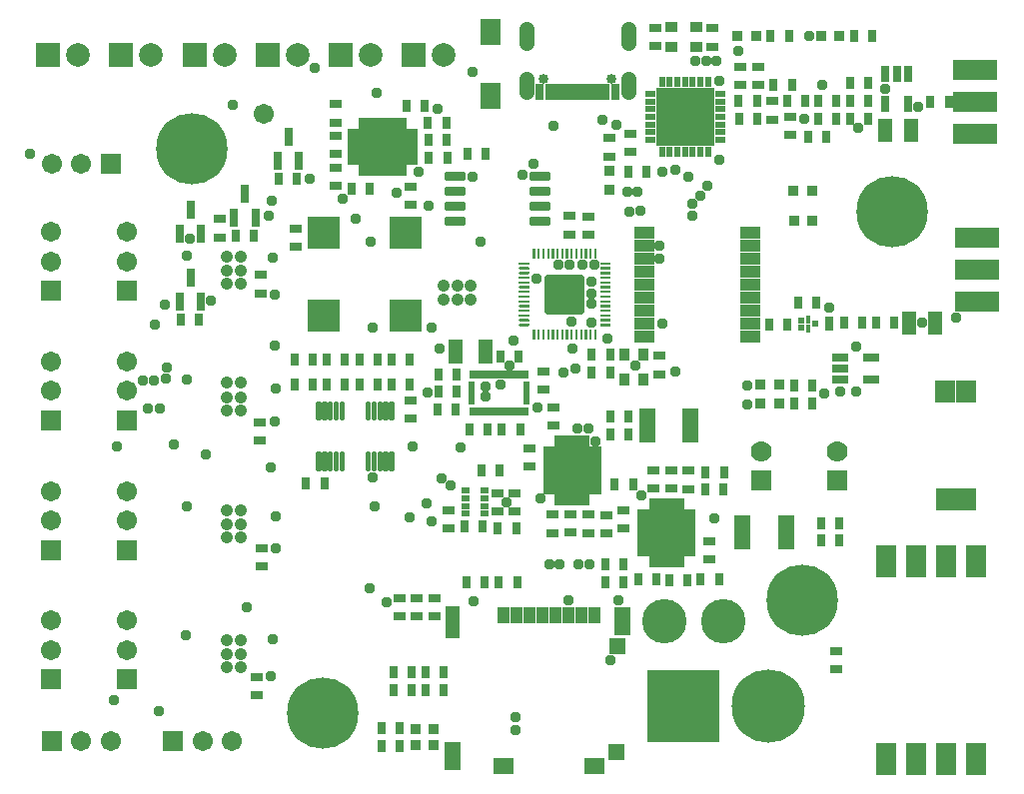
<source format=gbr>
G04 EAGLE Gerber RS-274X export*
G75*
%MOMM*%
%FSLAX34Y34*%
%LPD*%
%INSoldermask Top*%
%IPPOS*%
%AMOC8*
5,1,8,0,0,1.08239X$1,22.5*%
G01*
%ADD10R,1.711200X1.711200*%
%ADD11C,1.711200*%
%ADD12R,1.803200X2.203200*%
%ADD13R,2.703200X2.703200*%
%ADD14R,0.750000X1.100000*%
%ADD15R,1.400000X2.900000*%
%ADD16R,1.100000X0.750000*%
%ADD17C,1.061200*%
%ADD18R,3.403200X1.903200*%
%ADD19R,1.653200X1.903200*%
%ADD20R,0.900000X0.900000*%
%ADD21C,0.344606*%
%ADD22R,1.653200X1.053200*%
%ADD23R,0.703200X0.553200*%
%ADD24R,1.723200X2.743200*%
%ADD25R,1.153200X0.653200*%
%ADD26C,1.778200*%
%ADD27R,1.778200X1.778200*%
%ADD28R,2.003200X2.003200*%
%ADD29C,2.003200*%
%ADD30R,1.003200X1.443200*%
%ADD31R,1.153200X2.703200*%
%ADD32R,1.353200X2.403200*%
%ADD33R,1.363200X1.453200*%
%ADD34R,1.363200X1.403200*%
%ADD35R,1.703200X1.353200*%
%ADD36R,6.203200X6.203200*%
%ADD37C,6.203200*%
%ADD38R,0.750000X1.150000*%
%ADD39R,0.503200X1.053200*%
%ADD40R,1.053200X0.503200*%
%ADD41R,3.853200X2.853200*%
%ADD42R,2.853200X3.853200*%
%ADD43C,0.510478*%
%ADD44R,0.628200X0.528200*%
%ADD45R,0.453200X0.728200*%
%ADD46R,0.523200X0.963200*%
%ADD47R,0.963200X0.523200*%
%ADD48R,5.003200X5.003200*%
%ADD49R,1.403200X0.753200*%
%ADD50C,3.759200*%
%ADD51R,0.753200X1.403200*%
%ADD52R,0.503200X0.728200*%
%ADD53R,0.628200X0.503200*%
%ADD54R,0.762000X1.524000*%
%ADD55C,0.275422*%
%ADD56R,0.853200X1.103200*%
%ADD57R,1.103200X0.853200*%
%ADD58R,1.203200X2.003200*%
%ADD59R,3.703200X1.703200*%
%ADD60C,6.045200*%
%ADD61R,0.778200X1.353200*%
%ADD62R,0.478200X1.353200*%
%ADD63C,1.311200*%
%ADD64C,0.853200*%
%ADD65C,0.959600*%
%ADD66C,1.703200*%

G36*
X504608Y812102D02*
X504608Y812102D01*
X504617Y812101D01*
X504705Y812122D01*
X504795Y812140D01*
X504802Y812145D01*
X504810Y812147D01*
X504883Y812201D01*
X504959Y812253D01*
X504963Y812260D01*
X504970Y812265D01*
X505017Y812343D01*
X505066Y812420D01*
X505067Y812429D01*
X505072Y812436D01*
X505099Y812600D01*
X505099Y813600D01*
X505098Y813608D01*
X505099Y813615D01*
X505099Y813616D01*
X505099Y813617D01*
X505078Y813705D01*
X505060Y813795D01*
X505055Y813802D01*
X505053Y813810D01*
X504999Y813883D01*
X504947Y813959D01*
X504940Y813963D01*
X504935Y813970D01*
X504857Y814017D01*
X504780Y814066D01*
X504771Y814067D01*
X504764Y814072D01*
X504600Y814099D01*
X496850Y814099D01*
X496842Y814098D01*
X496833Y814099D01*
X496745Y814078D01*
X496655Y814060D01*
X496648Y814055D01*
X496640Y814053D01*
X496567Y813999D01*
X496491Y813947D01*
X496487Y813940D01*
X496480Y813935D01*
X496433Y813857D01*
X496384Y813780D01*
X496383Y813771D01*
X496378Y813764D01*
X496351Y813600D01*
X496351Y812600D01*
X496352Y812592D01*
X496351Y812583D01*
X496372Y812495D01*
X496390Y812405D01*
X496395Y812398D01*
X496397Y812390D01*
X496451Y812317D01*
X496503Y812241D01*
X496510Y812237D01*
X496515Y812230D01*
X496593Y812183D01*
X496670Y812134D01*
X496679Y812133D01*
X496686Y812128D01*
X496850Y812101D01*
X504600Y812101D01*
X504608Y812102D01*
G37*
G36*
X573358Y812102D02*
X573358Y812102D01*
X573367Y812101D01*
X573455Y812122D01*
X573545Y812140D01*
X573552Y812145D01*
X573560Y812147D01*
X573633Y812201D01*
X573709Y812253D01*
X573713Y812260D01*
X573720Y812265D01*
X573767Y812343D01*
X573816Y812420D01*
X573817Y812429D01*
X573822Y812436D01*
X573849Y812600D01*
X573849Y813600D01*
X573848Y813608D01*
X573849Y813615D01*
X573849Y813616D01*
X573849Y813617D01*
X573828Y813705D01*
X573810Y813795D01*
X573805Y813802D01*
X573803Y813810D01*
X573749Y813883D01*
X573697Y813959D01*
X573690Y813963D01*
X573685Y813970D01*
X573607Y814017D01*
X573530Y814066D01*
X573521Y814067D01*
X573514Y814072D01*
X573350Y814099D01*
X565600Y814099D01*
X565592Y814098D01*
X565583Y814099D01*
X565495Y814078D01*
X565405Y814060D01*
X565398Y814055D01*
X565390Y814053D01*
X565317Y813999D01*
X565241Y813947D01*
X565237Y813940D01*
X565230Y813935D01*
X565183Y813857D01*
X565134Y813780D01*
X565133Y813771D01*
X565128Y813764D01*
X565101Y813600D01*
X565101Y812600D01*
X565102Y812592D01*
X565101Y812583D01*
X565122Y812495D01*
X565140Y812405D01*
X565145Y812398D01*
X565147Y812390D01*
X565201Y812317D01*
X565253Y812241D01*
X565260Y812237D01*
X565265Y812230D01*
X565343Y812183D01*
X565420Y812134D01*
X565429Y812133D01*
X565436Y812128D01*
X565600Y812101D01*
X573350Y812101D01*
X573358Y812102D01*
G37*
G36*
X573358Y808102D02*
X573358Y808102D01*
X573367Y808101D01*
X573455Y808122D01*
X573545Y808140D01*
X573552Y808145D01*
X573560Y808147D01*
X573633Y808201D01*
X573709Y808253D01*
X573713Y808260D01*
X573720Y808265D01*
X573767Y808343D01*
X573816Y808420D01*
X573817Y808429D01*
X573822Y808436D01*
X573849Y808600D01*
X573849Y809600D01*
X573848Y809608D01*
X573849Y809615D01*
X573849Y809616D01*
X573849Y809617D01*
X573828Y809705D01*
X573810Y809795D01*
X573805Y809802D01*
X573803Y809810D01*
X573749Y809883D01*
X573697Y809959D01*
X573690Y809963D01*
X573685Y809970D01*
X573607Y810017D01*
X573530Y810066D01*
X573521Y810067D01*
X573514Y810072D01*
X573350Y810099D01*
X565600Y810099D01*
X565592Y810098D01*
X565583Y810099D01*
X565495Y810078D01*
X565405Y810060D01*
X565398Y810055D01*
X565390Y810053D01*
X565317Y809999D01*
X565241Y809947D01*
X565237Y809940D01*
X565230Y809935D01*
X565183Y809857D01*
X565134Y809780D01*
X565133Y809771D01*
X565128Y809764D01*
X565101Y809600D01*
X565101Y808600D01*
X565102Y808592D01*
X565101Y808583D01*
X565122Y808495D01*
X565140Y808405D01*
X565145Y808398D01*
X565147Y808390D01*
X565201Y808317D01*
X565253Y808241D01*
X565260Y808237D01*
X565265Y808230D01*
X565343Y808183D01*
X565420Y808134D01*
X565429Y808133D01*
X565436Y808128D01*
X565600Y808101D01*
X573350Y808101D01*
X573358Y808102D01*
G37*
G36*
X504608Y808102D02*
X504608Y808102D01*
X504617Y808101D01*
X504705Y808122D01*
X504795Y808140D01*
X504802Y808145D01*
X504810Y808147D01*
X504883Y808201D01*
X504959Y808253D01*
X504963Y808260D01*
X504970Y808265D01*
X505017Y808343D01*
X505066Y808420D01*
X505067Y808429D01*
X505072Y808436D01*
X505099Y808600D01*
X505099Y809600D01*
X505098Y809608D01*
X505099Y809615D01*
X505099Y809616D01*
X505099Y809617D01*
X505078Y809705D01*
X505060Y809795D01*
X505055Y809802D01*
X505053Y809810D01*
X504999Y809883D01*
X504947Y809959D01*
X504940Y809963D01*
X504935Y809970D01*
X504857Y810017D01*
X504780Y810066D01*
X504771Y810067D01*
X504764Y810072D01*
X504600Y810099D01*
X496850Y810099D01*
X496842Y810098D01*
X496833Y810099D01*
X496745Y810078D01*
X496655Y810060D01*
X496648Y810055D01*
X496640Y810053D01*
X496567Y809999D01*
X496491Y809947D01*
X496487Y809940D01*
X496480Y809935D01*
X496433Y809857D01*
X496384Y809780D01*
X496383Y809771D01*
X496378Y809764D01*
X496351Y809600D01*
X496351Y808600D01*
X496352Y808592D01*
X496351Y808583D01*
X496372Y808495D01*
X496390Y808405D01*
X496395Y808398D01*
X496397Y808390D01*
X496451Y808317D01*
X496503Y808241D01*
X496510Y808237D01*
X496515Y808230D01*
X496593Y808183D01*
X496670Y808134D01*
X496679Y808133D01*
X496686Y808128D01*
X496850Y808101D01*
X504600Y808101D01*
X504608Y808102D01*
G37*
G36*
X573358Y804102D02*
X573358Y804102D01*
X573367Y804101D01*
X573455Y804122D01*
X573545Y804140D01*
X573552Y804145D01*
X573560Y804147D01*
X573633Y804201D01*
X573709Y804253D01*
X573713Y804260D01*
X573720Y804265D01*
X573767Y804343D01*
X573816Y804420D01*
X573817Y804429D01*
X573822Y804436D01*
X573849Y804600D01*
X573849Y805600D01*
X573848Y805608D01*
X573849Y805615D01*
X573849Y805616D01*
X573849Y805617D01*
X573828Y805705D01*
X573810Y805795D01*
X573805Y805802D01*
X573803Y805810D01*
X573749Y805883D01*
X573697Y805959D01*
X573690Y805963D01*
X573685Y805970D01*
X573607Y806017D01*
X573530Y806066D01*
X573521Y806067D01*
X573514Y806072D01*
X573350Y806099D01*
X565600Y806099D01*
X565592Y806098D01*
X565583Y806099D01*
X565495Y806078D01*
X565405Y806060D01*
X565398Y806055D01*
X565390Y806053D01*
X565317Y805999D01*
X565241Y805947D01*
X565237Y805940D01*
X565230Y805935D01*
X565183Y805857D01*
X565134Y805780D01*
X565133Y805771D01*
X565128Y805764D01*
X565101Y805600D01*
X565101Y804600D01*
X565102Y804592D01*
X565101Y804583D01*
X565122Y804495D01*
X565140Y804405D01*
X565145Y804398D01*
X565147Y804390D01*
X565201Y804317D01*
X565253Y804241D01*
X565260Y804237D01*
X565265Y804230D01*
X565343Y804183D01*
X565420Y804134D01*
X565429Y804133D01*
X565436Y804128D01*
X565600Y804101D01*
X573350Y804101D01*
X573358Y804102D01*
G37*
G36*
X504608Y804102D02*
X504608Y804102D01*
X504617Y804101D01*
X504705Y804122D01*
X504795Y804140D01*
X504802Y804145D01*
X504810Y804147D01*
X504883Y804201D01*
X504959Y804253D01*
X504963Y804260D01*
X504970Y804265D01*
X505017Y804343D01*
X505066Y804420D01*
X505067Y804429D01*
X505072Y804436D01*
X505099Y804600D01*
X505099Y805600D01*
X505098Y805608D01*
X505099Y805615D01*
X505099Y805616D01*
X505099Y805617D01*
X505078Y805705D01*
X505060Y805795D01*
X505055Y805802D01*
X505053Y805810D01*
X504999Y805883D01*
X504947Y805959D01*
X504940Y805963D01*
X504935Y805970D01*
X504857Y806017D01*
X504780Y806066D01*
X504771Y806067D01*
X504764Y806072D01*
X504600Y806099D01*
X496850Y806099D01*
X496842Y806098D01*
X496833Y806099D01*
X496745Y806078D01*
X496655Y806060D01*
X496648Y806055D01*
X496640Y806053D01*
X496567Y805999D01*
X496491Y805947D01*
X496487Y805940D01*
X496480Y805935D01*
X496433Y805857D01*
X496384Y805780D01*
X496383Y805771D01*
X496378Y805764D01*
X496351Y805600D01*
X496351Y804600D01*
X496352Y804592D01*
X496351Y804583D01*
X496372Y804495D01*
X496390Y804405D01*
X496395Y804398D01*
X496397Y804390D01*
X496451Y804317D01*
X496503Y804241D01*
X496510Y804237D01*
X496515Y804230D01*
X496593Y804183D01*
X496670Y804134D01*
X496679Y804133D01*
X496686Y804128D01*
X496850Y804101D01*
X504600Y804101D01*
X504608Y804102D01*
G37*
G36*
X573358Y800102D02*
X573358Y800102D01*
X573367Y800101D01*
X573455Y800122D01*
X573545Y800140D01*
X573552Y800145D01*
X573560Y800147D01*
X573633Y800201D01*
X573709Y800253D01*
X573713Y800260D01*
X573720Y800265D01*
X573767Y800343D01*
X573816Y800420D01*
X573817Y800429D01*
X573822Y800436D01*
X573849Y800600D01*
X573849Y801600D01*
X573848Y801608D01*
X573849Y801615D01*
X573849Y801616D01*
X573849Y801617D01*
X573828Y801705D01*
X573810Y801795D01*
X573805Y801802D01*
X573803Y801810D01*
X573749Y801883D01*
X573697Y801959D01*
X573690Y801963D01*
X573685Y801970D01*
X573607Y802017D01*
X573530Y802066D01*
X573521Y802067D01*
X573514Y802072D01*
X573350Y802099D01*
X565600Y802099D01*
X565592Y802098D01*
X565583Y802099D01*
X565495Y802078D01*
X565405Y802060D01*
X565398Y802055D01*
X565390Y802053D01*
X565317Y801999D01*
X565241Y801947D01*
X565237Y801940D01*
X565230Y801935D01*
X565183Y801857D01*
X565134Y801780D01*
X565133Y801771D01*
X565128Y801764D01*
X565101Y801600D01*
X565101Y800600D01*
X565102Y800592D01*
X565101Y800583D01*
X565122Y800495D01*
X565140Y800405D01*
X565145Y800398D01*
X565147Y800390D01*
X565201Y800317D01*
X565253Y800241D01*
X565260Y800237D01*
X565265Y800230D01*
X565343Y800183D01*
X565420Y800134D01*
X565429Y800133D01*
X565436Y800128D01*
X565600Y800101D01*
X573350Y800101D01*
X573358Y800102D01*
G37*
G36*
X504608Y784102D02*
X504608Y784102D01*
X504617Y784101D01*
X504705Y784122D01*
X504795Y784140D01*
X504802Y784145D01*
X504810Y784147D01*
X504883Y784201D01*
X504959Y784253D01*
X504963Y784260D01*
X504970Y784265D01*
X505017Y784343D01*
X505066Y784420D01*
X505067Y784429D01*
X505072Y784436D01*
X505099Y784600D01*
X505099Y785600D01*
X505098Y785608D01*
X505099Y785615D01*
X505099Y785616D01*
X505099Y785617D01*
X505078Y785705D01*
X505060Y785795D01*
X505055Y785802D01*
X505053Y785810D01*
X504999Y785883D01*
X504947Y785959D01*
X504940Y785963D01*
X504935Y785970D01*
X504857Y786017D01*
X504780Y786066D01*
X504771Y786067D01*
X504764Y786072D01*
X504600Y786099D01*
X496850Y786099D01*
X496842Y786098D01*
X496833Y786099D01*
X496745Y786078D01*
X496655Y786060D01*
X496648Y786055D01*
X496640Y786053D01*
X496567Y785999D01*
X496491Y785947D01*
X496487Y785940D01*
X496480Y785935D01*
X496433Y785857D01*
X496384Y785780D01*
X496383Y785771D01*
X496378Y785764D01*
X496351Y785600D01*
X496351Y784600D01*
X496352Y784592D01*
X496351Y784583D01*
X496372Y784495D01*
X496390Y784405D01*
X496395Y784398D01*
X496397Y784390D01*
X496451Y784317D01*
X496503Y784241D01*
X496510Y784237D01*
X496515Y784230D01*
X496593Y784183D01*
X496670Y784134D01*
X496679Y784133D01*
X496686Y784128D01*
X496850Y784101D01*
X504600Y784101D01*
X504608Y784102D01*
G37*
G36*
X504608Y800102D02*
X504608Y800102D01*
X504617Y800101D01*
X504705Y800122D01*
X504795Y800140D01*
X504802Y800145D01*
X504810Y800147D01*
X504883Y800201D01*
X504959Y800253D01*
X504963Y800260D01*
X504970Y800265D01*
X505017Y800343D01*
X505066Y800420D01*
X505067Y800429D01*
X505072Y800436D01*
X505099Y800600D01*
X505099Y801600D01*
X505098Y801608D01*
X505099Y801615D01*
X505099Y801616D01*
X505099Y801617D01*
X505078Y801705D01*
X505060Y801795D01*
X505055Y801802D01*
X505053Y801810D01*
X504999Y801883D01*
X504947Y801959D01*
X504940Y801963D01*
X504935Y801970D01*
X504857Y802017D01*
X504780Y802066D01*
X504771Y802067D01*
X504764Y802072D01*
X504600Y802099D01*
X496850Y802099D01*
X496842Y802098D01*
X496833Y802099D01*
X496745Y802078D01*
X496655Y802060D01*
X496648Y802055D01*
X496640Y802053D01*
X496567Y801999D01*
X496491Y801947D01*
X496487Y801940D01*
X496480Y801935D01*
X496433Y801857D01*
X496384Y801780D01*
X496383Y801771D01*
X496378Y801764D01*
X496351Y801600D01*
X496351Y800600D01*
X496352Y800592D01*
X496351Y800583D01*
X496372Y800495D01*
X496390Y800405D01*
X496395Y800398D01*
X496397Y800390D01*
X496451Y800317D01*
X496503Y800241D01*
X496510Y800237D01*
X496515Y800230D01*
X496593Y800183D01*
X496670Y800134D01*
X496679Y800133D01*
X496686Y800128D01*
X496850Y800101D01*
X504600Y800101D01*
X504608Y800102D01*
G37*
G36*
X504608Y796102D02*
X504608Y796102D01*
X504617Y796101D01*
X504705Y796122D01*
X504795Y796140D01*
X504802Y796145D01*
X504810Y796147D01*
X504883Y796201D01*
X504959Y796253D01*
X504963Y796260D01*
X504970Y796265D01*
X505017Y796343D01*
X505066Y796420D01*
X505067Y796429D01*
X505072Y796436D01*
X505099Y796600D01*
X505099Y797600D01*
X505098Y797608D01*
X505099Y797615D01*
X505099Y797616D01*
X505099Y797617D01*
X505078Y797705D01*
X505060Y797795D01*
X505055Y797802D01*
X505053Y797810D01*
X504999Y797883D01*
X504947Y797959D01*
X504940Y797963D01*
X504935Y797970D01*
X504857Y798017D01*
X504780Y798066D01*
X504771Y798067D01*
X504764Y798072D01*
X504600Y798099D01*
X496850Y798099D01*
X496842Y798098D01*
X496833Y798099D01*
X496745Y798078D01*
X496655Y798060D01*
X496648Y798055D01*
X496640Y798053D01*
X496567Y797999D01*
X496491Y797947D01*
X496487Y797940D01*
X496480Y797935D01*
X496433Y797857D01*
X496384Y797780D01*
X496383Y797771D01*
X496378Y797764D01*
X496351Y797600D01*
X496351Y796600D01*
X496352Y796592D01*
X496351Y796583D01*
X496372Y796495D01*
X496390Y796405D01*
X496395Y796398D01*
X496397Y796390D01*
X496451Y796317D01*
X496503Y796241D01*
X496510Y796237D01*
X496515Y796230D01*
X496593Y796183D01*
X496670Y796134D01*
X496679Y796133D01*
X496686Y796128D01*
X496850Y796101D01*
X504600Y796101D01*
X504608Y796102D01*
G37*
G36*
X573358Y796102D02*
X573358Y796102D01*
X573367Y796101D01*
X573455Y796122D01*
X573545Y796140D01*
X573552Y796145D01*
X573560Y796147D01*
X573633Y796201D01*
X573709Y796253D01*
X573713Y796260D01*
X573720Y796265D01*
X573767Y796343D01*
X573816Y796420D01*
X573817Y796429D01*
X573822Y796436D01*
X573849Y796600D01*
X573849Y797600D01*
X573848Y797608D01*
X573849Y797615D01*
X573849Y797616D01*
X573849Y797617D01*
X573828Y797705D01*
X573810Y797795D01*
X573805Y797802D01*
X573803Y797810D01*
X573749Y797883D01*
X573697Y797959D01*
X573690Y797963D01*
X573685Y797970D01*
X573607Y798017D01*
X573530Y798066D01*
X573521Y798067D01*
X573514Y798072D01*
X573350Y798099D01*
X565600Y798099D01*
X565592Y798098D01*
X565583Y798099D01*
X565495Y798078D01*
X565405Y798060D01*
X565398Y798055D01*
X565390Y798053D01*
X565317Y797999D01*
X565241Y797947D01*
X565237Y797940D01*
X565230Y797935D01*
X565183Y797857D01*
X565134Y797780D01*
X565133Y797771D01*
X565128Y797764D01*
X565101Y797600D01*
X565101Y796600D01*
X565102Y796592D01*
X565101Y796583D01*
X565122Y796495D01*
X565140Y796405D01*
X565145Y796398D01*
X565147Y796390D01*
X565201Y796317D01*
X565253Y796241D01*
X565260Y796237D01*
X565265Y796230D01*
X565343Y796183D01*
X565420Y796134D01*
X565429Y796133D01*
X565436Y796128D01*
X565600Y796101D01*
X573350Y796101D01*
X573358Y796102D01*
G37*
G36*
X504608Y792102D02*
X504608Y792102D01*
X504617Y792101D01*
X504705Y792122D01*
X504795Y792140D01*
X504802Y792145D01*
X504810Y792147D01*
X504883Y792201D01*
X504959Y792253D01*
X504963Y792260D01*
X504970Y792265D01*
X505017Y792343D01*
X505066Y792420D01*
X505067Y792429D01*
X505072Y792436D01*
X505099Y792600D01*
X505099Y793600D01*
X505098Y793608D01*
X505099Y793615D01*
X505099Y793616D01*
X505099Y793617D01*
X505078Y793705D01*
X505060Y793795D01*
X505055Y793802D01*
X505053Y793810D01*
X504999Y793883D01*
X504947Y793959D01*
X504940Y793963D01*
X504935Y793970D01*
X504857Y794017D01*
X504780Y794066D01*
X504771Y794067D01*
X504764Y794072D01*
X504600Y794099D01*
X496850Y794099D01*
X496842Y794098D01*
X496833Y794099D01*
X496745Y794078D01*
X496655Y794060D01*
X496648Y794055D01*
X496640Y794053D01*
X496567Y793999D01*
X496491Y793947D01*
X496487Y793940D01*
X496480Y793935D01*
X496433Y793857D01*
X496384Y793780D01*
X496383Y793771D01*
X496378Y793764D01*
X496351Y793600D01*
X496351Y792600D01*
X496352Y792592D01*
X496351Y792583D01*
X496372Y792495D01*
X496390Y792405D01*
X496395Y792398D01*
X496397Y792390D01*
X496451Y792317D01*
X496503Y792241D01*
X496510Y792237D01*
X496515Y792230D01*
X496593Y792183D01*
X496670Y792134D01*
X496679Y792133D01*
X496686Y792128D01*
X496850Y792101D01*
X504600Y792101D01*
X504608Y792102D01*
G37*
G36*
X573358Y792102D02*
X573358Y792102D01*
X573367Y792101D01*
X573455Y792122D01*
X573545Y792140D01*
X573552Y792145D01*
X573560Y792147D01*
X573633Y792201D01*
X573709Y792253D01*
X573713Y792260D01*
X573720Y792265D01*
X573767Y792343D01*
X573816Y792420D01*
X573817Y792429D01*
X573822Y792436D01*
X573849Y792600D01*
X573849Y793600D01*
X573848Y793608D01*
X573849Y793615D01*
X573849Y793616D01*
X573849Y793617D01*
X573828Y793705D01*
X573810Y793795D01*
X573805Y793802D01*
X573803Y793810D01*
X573749Y793883D01*
X573697Y793959D01*
X573690Y793963D01*
X573685Y793970D01*
X573607Y794017D01*
X573530Y794066D01*
X573521Y794067D01*
X573514Y794072D01*
X573350Y794099D01*
X565600Y794099D01*
X565592Y794098D01*
X565583Y794099D01*
X565495Y794078D01*
X565405Y794060D01*
X565398Y794055D01*
X565390Y794053D01*
X565317Y793999D01*
X565241Y793947D01*
X565237Y793940D01*
X565230Y793935D01*
X565183Y793857D01*
X565134Y793780D01*
X565133Y793771D01*
X565128Y793764D01*
X565101Y793600D01*
X565101Y792600D01*
X565102Y792592D01*
X565101Y792583D01*
X565122Y792495D01*
X565140Y792405D01*
X565145Y792398D01*
X565147Y792390D01*
X565201Y792317D01*
X565253Y792241D01*
X565260Y792237D01*
X565265Y792230D01*
X565343Y792183D01*
X565420Y792134D01*
X565429Y792133D01*
X565436Y792128D01*
X565600Y792101D01*
X573350Y792101D01*
X573358Y792102D01*
G37*
G36*
X504608Y788102D02*
X504608Y788102D01*
X504617Y788101D01*
X504705Y788122D01*
X504795Y788140D01*
X504802Y788145D01*
X504810Y788147D01*
X504883Y788201D01*
X504959Y788253D01*
X504963Y788260D01*
X504970Y788265D01*
X505017Y788343D01*
X505066Y788420D01*
X505067Y788429D01*
X505072Y788436D01*
X505099Y788600D01*
X505099Y789600D01*
X505098Y789608D01*
X505099Y789615D01*
X505099Y789616D01*
X505099Y789617D01*
X505078Y789705D01*
X505060Y789795D01*
X505055Y789802D01*
X505053Y789810D01*
X504999Y789883D01*
X504947Y789959D01*
X504940Y789963D01*
X504935Y789970D01*
X504857Y790017D01*
X504780Y790066D01*
X504771Y790067D01*
X504764Y790072D01*
X504600Y790099D01*
X496850Y790099D01*
X496842Y790098D01*
X496833Y790099D01*
X496745Y790078D01*
X496655Y790060D01*
X496648Y790055D01*
X496640Y790053D01*
X496567Y789999D01*
X496491Y789947D01*
X496487Y789940D01*
X496480Y789935D01*
X496433Y789857D01*
X496384Y789780D01*
X496383Y789771D01*
X496378Y789764D01*
X496351Y789600D01*
X496351Y788600D01*
X496352Y788592D01*
X496351Y788583D01*
X496372Y788495D01*
X496390Y788405D01*
X496395Y788398D01*
X496397Y788390D01*
X496451Y788317D01*
X496503Y788241D01*
X496510Y788237D01*
X496515Y788230D01*
X496593Y788183D01*
X496670Y788134D01*
X496679Y788133D01*
X496686Y788128D01*
X496850Y788101D01*
X504600Y788101D01*
X504608Y788102D01*
G37*
G36*
X573358Y788102D02*
X573358Y788102D01*
X573367Y788101D01*
X573455Y788122D01*
X573545Y788140D01*
X573552Y788145D01*
X573560Y788147D01*
X573633Y788201D01*
X573709Y788253D01*
X573713Y788260D01*
X573720Y788265D01*
X573767Y788343D01*
X573816Y788420D01*
X573817Y788429D01*
X573822Y788436D01*
X573849Y788600D01*
X573849Y789600D01*
X573848Y789608D01*
X573849Y789615D01*
X573849Y789616D01*
X573849Y789617D01*
X573828Y789705D01*
X573810Y789795D01*
X573805Y789802D01*
X573803Y789810D01*
X573749Y789883D01*
X573697Y789959D01*
X573690Y789963D01*
X573685Y789970D01*
X573607Y790017D01*
X573530Y790066D01*
X573521Y790067D01*
X573514Y790072D01*
X573350Y790099D01*
X565600Y790099D01*
X565592Y790098D01*
X565583Y790099D01*
X565495Y790078D01*
X565405Y790060D01*
X565398Y790055D01*
X565390Y790053D01*
X565317Y789999D01*
X565241Y789947D01*
X565237Y789940D01*
X565230Y789935D01*
X565183Y789857D01*
X565134Y789780D01*
X565133Y789771D01*
X565128Y789764D01*
X565101Y789600D01*
X565101Y788600D01*
X565102Y788592D01*
X565101Y788583D01*
X565122Y788495D01*
X565140Y788405D01*
X565145Y788398D01*
X565147Y788390D01*
X565201Y788317D01*
X565253Y788241D01*
X565260Y788237D01*
X565265Y788230D01*
X565343Y788183D01*
X565420Y788134D01*
X565429Y788133D01*
X565436Y788128D01*
X565600Y788101D01*
X573350Y788101D01*
X573358Y788102D01*
G37*
G36*
X573358Y784102D02*
X573358Y784102D01*
X573367Y784101D01*
X573455Y784122D01*
X573545Y784140D01*
X573552Y784145D01*
X573560Y784147D01*
X573633Y784201D01*
X573709Y784253D01*
X573713Y784260D01*
X573720Y784265D01*
X573767Y784343D01*
X573816Y784420D01*
X573817Y784429D01*
X573822Y784436D01*
X573849Y784600D01*
X573849Y785600D01*
X573848Y785608D01*
X573849Y785615D01*
X573849Y785616D01*
X573849Y785617D01*
X573828Y785705D01*
X573810Y785795D01*
X573805Y785802D01*
X573803Y785810D01*
X573749Y785883D01*
X573697Y785959D01*
X573690Y785963D01*
X573685Y785970D01*
X573607Y786017D01*
X573530Y786066D01*
X573521Y786067D01*
X573514Y786072D01*
X573350Y786099D01*
X565600Y786099D01*
X565592Y786098D01*
X565583Y786099D01*
X565495Y786078D01*
X565405Y786060D01*
X565398Y786055D01*
X565390Y786053D01*
X565317Y785999D01*
X565241Y785947D01*
X565237Y785940D01*
X565230Y785935D01*
X565183Y785857D01*
X565134Y785780D01*
X565133Y785771D01*
X565128Y785764D01*
X565101Y785600D01*
X565101Y784600D01*
X565102Y784592D01*
X565101Y784583D01*
X565122Y784495D01*
X565140Y784405D01*
X565145Y784398D01*
X565147Y784390D01*
X565201Y784317D01*
X565253Y784241D01*
X565260Y784237D01*
X565265Y784230D01*
X565343Y784183D01*
X565420Y784134D01*
X565429Y784133D01*
X565436Y784128D01*
X565600Y784101D01*
X573350Y784101D01*
X573358Y784102D01*
G37*
G36*
X573358Y780102D02*
X573358Y780102D01*
X573367Y780101D01*
X573455Y780122D01*
X573545Y780140D01*
X573552Y780145D01*
X573560Y780147D01*
X573633Y780201D01*
X573709Y780253D01*
X573713Y780260D01*
X573720Y780265D01*
X573767Y780343D01*
X573816Y780420D01*
X573817Y780429D01*
X573822Y780436D01*
X573849Y780600D01*
X573849Y781600D01*
X573848Y781608D01*
X573849Y781615D01*
X573849Y781616D01*
X573849Y781617D01*
X573828Y781705D01*
X573810Y781795D01*
X573805Y781802D01*
X573803Y781810D01*
X573749Y781883D01*
X573697Y781959D01*
X573690Y781963D01*
X573685Y781970D01*
X573607Y782017D01*
X573530Y782066D01*
X573521Y782067D01*
X573514Y782072D01*
X573350Y782099D01*
X565600Y782099D01*
X565592Y782098D01*
X565583Y782099D01*
X565495Y782078D01*
X565405Y782060D01*
X565398Y782055D01*
X565390Y782053D01*
X565317Y781999D01*
X565241Y781947D01*
X565237Y781940D01*
X565230Y781935D01*
X565183Y781857D01*
X565134Y781780D01*
X565133Y781771D01*
X565128Y781764D01*
X565101Y781600D01*
X565101Y780600D01*
X565102Y780592D01*
X565101Y780583D01*
X565122Y780495D01*
X565140Y780405D01*
X565145Y780398D01*
X565147Y780390D01*
X565201Y780317D01*
X565253Y780241D01*
X565260Y780237D01*
X565265Y780230D01*
X565343Y780183D01*
X565420Y780134D01*
X565429Y780133D01*
X565436Y780128D01*
X565600Y780101D01*
X573350Y780101D01*
X573358Y780102D01*
G37*
G36*
X504608Y780102D02*
X504608Y780102D01*
X504617Y780101D01*
X504705Y780122D01*
X504795Y780140D01*
X504802Y780145D01*
X504810Y780147D01*
X504883Y780201D01*
X504959Y780253D01*
X504963Y780260D01*
X504970Y780265D01*
X505017Y780343D01*
X505066Y780420D01*
X505067Y780429D01*
X505072Y780436D01*
X505099Y780600D01*
X505099Y781600D01*
X505098Y781608D01*
X505099Y781615D01*
X505099Y781616D01*
X505099Y781617D01*
X505078Y781705D01*
X505060Y781795D01*
X505055Y781802D01*
X505053Y781810D01*
X504999Y781883D01*
X504947Y781959D01*
X504940Y781963D01*
X504935Y781970D01*
X504857Y782017D01*
X504780Y782066D01*
X504771Y782067D01*
X504764Y782072D01*
X504600Y782099D01*
X496850Y782099D01*
X496842Y782098D01*
X496833Y782099D01*
X496745Y782078D01*
X496655Y782060D01*
X496648Y782055D01*
X496640Y782053D01*
X496567Y781999D01*
X496491Y781947D01*
X496487Y781940D01*
X496480Y781935D01*
X496433Y781857D01*
X496384Y781780D01*
X496383Y781771D01*
X496378Y781764D01*
X496351Y781600D01*
X496351Y780600D01*
X496352Y780592D01*
X496351Y780583D01*
X496372Y780495D01*
X496390Y780405D01*
X496395Y780398D01*
X496397Y780390D01*
X496451Y780317D01*
X496503Y780241D01*
X496510Y780237D01*
X496515Y780230D01*
X496593Y780183D01*
X496670Y780134D01*
X496679Y780133D01*
X496686Y780128D01*
X496850Y780101D01*
X504600Y780101D01*
X504608Y780102D01*
G37*
G36*
X573358Y776102D02*
X573358Y776102D01*
X573367Y776101D01*
X573455Y776122D01*
X573545Y776140D01*
X573552Y776145D01*
X573560Y776147D01*
X573633Y776201D01*
X573709Y776253D01*
X573713Y776260D01*
X573720Y776265D01*
X573767Y776343D01*
X573816Y776420D01*
X573817Y776429D01*
X573822Y776436D01*
X573849Y776600D01*
X573849Y777600D01*
X573848Y777608D01*
X573849Y777615D01*
X573849Y777616D01*
X573849Y777617D01*
X573828Y777705D01*
X573810Y777795D01*
X573805Y777802D01*
X573803Y777810D01*
X573749Y777883D01*
X573697Y777959D01*
X573690Y777963D01*
X573685Y777970D01*
X573607Y778017D01*
X573530Y778066D01*
X573521Y778067D01*
X573514Y778072D01*
X573350Y778099D01*
X565600Y778099D01*
X565592Y778098D01*
X565583Y778099D01*
X565495Y778078D01*
X565405Y778060D01*
X565398Y778055D01*
X565390Y778053D01*
X565317Y777999D01*
X565241Y777947D01*
X565237Y777940D01*
X565230Y777935D01*
X565183Y777857D01*
X565134Y777780D01*
X565133Y777771D01*
X565128Y777764D01*
X565101Y777600D01*
X565101Y776600D01*
X565102Y776592D01*
X565101Y776583D01*
X565122Y776495D01*
X565140Y776405D01*
X565145Y776398D01*
X565147Y776390D01*
X565201Y776317D01*
X565253Y776241D01*
X565260Y776237D01*
X565265Y776230D01*
X565343Y776183D01*
X565420Y776134D01*
X565429Y776133D01*
X565436Y776128D01*
X565600Y776101D01*
X573350Y776101D01*
X573358Y776102D01*
G37*
G36*
X504608Y776102D02*
X504608Y776102D01*
X504617Y776101D01*
X504705Y776122D01*
X504795Y776140D01*
X504802Y776145D01*
X504810Y776147D01*
X504883Y776201D01*
X504959Y776253D01*
X504963Y776260D01*
X504970Y776265D01*
X505017Y776343D01*
X505066Y776420D01*
X505067Y776429D01*
X505072Y776436D01*
X505099Y776600D01*
X505099Y777600D01*
X505098Y777608D01*
X505099Y777615D01*
X505099Y777616D01*
X505099Y777617D01*
X505078Y777705D01*
X505060Y777795D01*
X505055Y777802D01*
X505053Y777810D01*
X504999Y777883D01*
X504947Y777959D01*
X504940Y777963D01*
X504935Y777970D01*
X504857Y778017D01*
X504780Y778066D01*
X504771Y778067D01*
X504764Y778072D01*
X504600Y778099D01*
X496850Y778099D01*
X496842Y778098D01*
X496833Y778099D01*
X496745Y778078D01*
X496655Y778060D01*
X496648Y778055D01*
X496640Y778053D01*
X496567Y777999D01*
X496491Y777947D01*
X496487Y777940D01*
X496480Y777935D01*
X496433Y777857D01*
X496384Y777780D01*
X496383Y777771D01*
X496378Y777764D01*
X496351Y777600D01*
X496351Y776600D01*
X496352Y776592D01*
X496351Y776583D01*
X496372Y776495D01*
X496390Y776405D01*
X496395Y776398D01*
X496397Y776390D01*
X496451Y776317D01*
X496503Y776241D01*
X496510Y776237D01*
X496515Y776230D01*
X496593Y776183D01*
X496670Y776134D01*
X496679Y776133D01*
X496686Y776128D01*
X496850Y776101D01*
X504600Y776101D01*
X504608Y776102D01*
G37*
G36*
X504608Y772102D02*
X504608Y772102D01*
X504617Y772101D01*
X504705Y772122D01*
X504795Y772140D01*
X504802Y772145D01*
X504810Y772147D01*
X504883Y772201D01*
X504959Y772253D01*
X504963Y772260D01*
X504970Y772265D01*
X505017Y772343D01*
X505066Y772420D01*
X505067Y772429D01*
X505072Y772436D01*
X505099Y772600D01*
X505099Y773600D01*
X505098Y773608D01*
X505099Y773615D01*
X505099Y773616D01*
X505099Y773617D01*
X505078Y773705D01*
X505060Y773795D01*
X505055Y773802D01*
X505053Y773810D01*
X504999Y773883D01*
X504947Y773959D01*
X504940Y773963D01*
X504935Y773970D01*
X504857Y774017D01*
X504780Y774066D01*
X504771Y774067D01*
X504764Y774072D01*
X504600Y774099D01*
X496850Y774099D01*
X496842Y774098D01*
X496833Y774099D01*
X496745Y774078D01*
X496655Y774060D01*
X496648Y774055D01*
X496640Y774053D01*
X496567Y773999D01*
X496491Y773947D01*
X496487Y773940D01*
X496480Y773935D01*
X496433Y773857D01*
X496384Y773780D01*
X496383Y773771D01*
X496378Y773764D01*
X496351Y773600D01*
X496351Y772600D01*
X496352Y772592D01*
X496351Y772583D01*
X496372Y772495D01*
X496390Y772405D01*
X496395Y772398D01*
X496397Y772390D01*
X496451Y772317D01*
X496503Y772241D01*
X496510Y772237D01*
X496515Y772230D01*
X496593Y772183D01*
X496670Y772134D01*
X496679Y772133D01*
X496686Y772128D01*
X496850Y772101D01*
X504600Y772101D01*
X504608Y772102D01*
G37*
G36*
X573358Y772102D02*
X573358Y772102D01*
X573367Y772101D01*
X573455Y772122D01*
X573545Y772140D01*
X573552Y772145D01*
X573560Y772147D01*
X573633Y772201D01*
X573709Y772253D01*
X573713Y772260D01*
X573720Y772265D01*
X573767Y772343D01*
X573816Y772420D01*
X573817Y772429D01*
X573822Y772436D01*
X573849Y772600D01*
X573849Y773600D01*
X573848Y773608D01*
X573849Y773615D01*
X573849Y773616D01*
X573849Y773617D01*
X573828Y773705D01*
X573810Y773795D01*
X573805Y773802D01*
X573803Y773810D01*
X573749Y773883D01*
X573697Y773959D01*
X573690Y773963D01*
X573685Y773970D01*
X573607Y774017D01*
X573530Y774066D01*
X573521Y774067D01*
X573514Y774072D01*
X573350Y774099D01*
X565600Y774099D01*
X565592Y774098D01*
X565583Y774099D01*
X565495Y774078D01*
X565405Y774060D01*
X565398Y774055D01*
X565390Y774053D01*
X565317Y773999D01*
X565241Y773947D01*
X565237Y773940D01*
X565230Y773935D01*
X565183Y773857D01*
X565134Y773780D01*
X565133Y773771D01*
X565128Y773764D01*
X565101Y773600D01*
X565101Y772600D01*
X565102Y772592D01*
X565101Y772583D01*
X565122Y772495D01*
X565140Y772405D01*
X565145Y772398D01*
X565147Y772390D01*
X565201Y772317D01*
X565253Y772241D01*
X565260Y772237D01*
X565265Y772230D01*
X565343Y772183D01*
X565420Y772134D01*
X565429Y772133D01*
X565436Y772128D01*
X565600Y772101D01*
X573350Y772101D01*
X573358Y772102D01*
G37*
G36*
X573358Y768102D02*
X573358Y768102D01*
X573367Y768101D01*
X573455Y768122D01*
X573545Y768140D01*
X573552Y768145D01*
X573560Y768147D01*
X573633Y768201D01*
X573709Y768253D01*
X573713Y768260D01*
X573720Y768265D01*
X573767Y768343D01*
X573816Y768420D01*
X573817Y768429D01*
X573822Y768436D01*
X573849Y768600D01*
X573849Y769600D01*
X573848Y769608D01*
X573849Y769615D01*
X573849Y769616D01*
X573849Y769617D01*
X573828Y769705D01*
X573810Y769795D01*
X573805Y769802D01*
X573803Y769810D01*
X573749Y769883D01*
X573697Y769959D01*
X573690Y769963D01*
X573685Y769970D01*
X573607Y770017D01*
X573530Y770066D01*
X573521Y770067D01*
X573514Y770072D01*
X573350Y770099D01*
X565600Y770099D01*
X565592Y770098D01*
X565583Y770099D01*
X565495Y770078D01*
X565405Y770060D01*
X565398Y770055D01*
X565390Y770053D01*
X565317Y769999D01*
X565241Y769947D01*
X565237Y769940D01*
X565230Y769935D01*
X565183Y769857D01*
X565134Y769780D01*
X565133Y769771D01*
X565128Y769764D01*
X565101Y769600D01*
X565101Y768600D01*
X565102Y768592D01*
X565101Y768583D01*
X565122Y768495D01*
X565140Y768405D01*
X565145Y768398D01*
X565147Y768390D01*
X565201Y768317D01*
X565253Y768241D01*
X565260Y768237D01*
X565265Y768230D01*
X565343Y768183D01*
X565420Y768134D01*
X565429Y768133D01*
X565436Y768128D01*
X565600Y768101D01*
X573350Y768101D01*
X573358Y768102D01*
G37*
G36*
X504608Y768102D02*
X504608Y768102D01*
X504617Y768101D01*
X504705Y768122D01*
X504795Y768140D01*
X504802Y768145D01*
X504810Y768147D01*
X504883Y768201D01*
X504959Y768253D01*
X504963Y768260D01*
X504970Y768265D01*
X505017Y768343D01*
X505066Y768420D01*
X505067Y768429D01*
X505072Y768436D01*
X505099Y768600D01*
X505099Y769600D01*
X505098Y769608D01*
X505099Y769615D01*
X505099Y769616D01*
X505099Y769617D01*
X505078Y769705D01*
X505060Y769795D01*
X505055Y769802D01*
X505053Y769810D01*
X504999Y769883D01*
X504947Y769959D01*
X504940Y769963D01*
X504935Y769970D01*
X504857Y770017D01*
X504780Y770066D01*
X504771Y770067D01*
X504764Y770072D01*
X504600Y770099D01*
X496850Y770099D01*
X496842Y770098D01*
X496833Y770099D01*
X496745Y770078D01*
X496655Y770060D01*
X496648Y770055D01*
X496640Y770053D01*
X496567Y769999D01*
X496491Y769947D01*
X496487Y769940D01*
X496480Y769935D01*
X496433Y769857D01*
X496384Y769780D01*
X496383Y769771D01*
X496378Y769764D01*
X496351Y769600D01*
X496351Y768600D01*
X496352Y768592D01*
X496351Y768583D01*
X496372Y768495D01*
X496390Y768405D01*
X496395Y768398D01*
X496397Y768390D01*
X496451Y768317D01*
X496503Y768241D01*
X496510Y768237D01*
X496515Y768230D01*
X496593Y768183D01*
X496670Y768134D01*
X496679Y768133D01*
X496686Y768128D01*
X496850Y768101D01*
X504600Y768101D01*
X504608Y768102D01*
G37*
G36*
X504608Y764102D02*
X504608Y764102D01*
X504617Y764101D01*
X504705Y764122D01*
X504795Y764140D01*
X504802Y764145D01*
X504810Y764147D01*
X504883Y764201D01*
X504959Y764253D01*
X504963Y764260D01*
X504970Y764265D01*
X505017Y764343D01*
X505066Y764420D01*
X505067Y764429D01*
X505072Y764436D01*
X505099Y764600D01*
X505099Y765600D01*
X505098Y765608D01*
X505099Y765615D01*
X505099Y765616D01*
X505099Y765617D01*
X505078Y765705D01*
X505060Y765795D01*
X505055Y765802D01*
X505053Y765810D01*
X504999Y765883D01*
X504947Y765959D01*
X504940Y765963D01*
X504935Y765970D01*
X504857Y766017D01*
X504780Y766066D01*
X504771Y766067D01*
X504764Y766072D01*
X504600Y766099D01*
X496850Y766099D01*
X496842Y766098D01*
X496833Y766099D01*
X496745Y766078D01*
X496655Y766060D01*
X496648Y766055D01*
X496640Y766053D01*
X496567Y765999D01*
X496491Y765947D01*
X496487Y765940D01*
X496480Y765935D01*
X496433Y765857D01*
X496384Y765780D01*
X496383Y765771D01*
X496378Y765764D01*
X496351Y765600D01*
X496351Y764600D01*
X496352Y764592D01*
X496351Y764583D01*
X496372Y764495D01*
X496390Y764405D01*
X496395Y764398D01*
X496397Y764390D01*
X496451Y764317D01*
X496503Y764241D01*
X496510Y764237D01*
X496515Y764230D01*
X496593Y764183D01*
X496670Y764134D01*
X496679Y764133D01*
X496686Y764128D01*
X496850Y764101D01*
X504600Y764101D01*
X504608Y764102D01*
G37*
G36*
X573358Y764102D02*
X573358Y764102D01*
X573367Y764101D01*
X573455Y764122D01*
X573545Y764140D01*
X573552Y764145D01*
X573560Y764147D01*
X573633Y764201D01*
X573709Y764253D01*
X573713Y764260D01*
X573720Y764265D01*
X573767Y764343D01*
X573816Y764420D01*
X573817Y764429D01*
X573822Y764436D01*
X573849Y764600D01*
X573849Y765600D01*
X573848Y765608D01*
X573849Y765615D01*
X573849Y765616D01*
X573849Y765617D01*
X573828Y765705D01*
X573810Y765795D01*
X573805Y765802D01*
X573803Y765810D01*
X573749Y765883D01*
X573697Y765959D01*
X573690Y765963D01*
X573685Y765970D01*
X573607Y766017D01*
X573530Y766066D01*
X573521Y766067D01*
X573514Y766072D01*
X573350Y766099D01*
X565600Y766099D01*
X565592Y766098D01*
X565583Y766099D01*
X565495Y766078D01*
X565405Y766060D01*
X565398Y766055D01*
X565390Y766053D01*
X565317Y765999D01*
X565241Y765947D01*
X565237Y765940D01*
X565230Y765935D01*
X565183Y765857D01*
X565134Y765780D01*
X565133Y765771D01*
X565128Y765764D01*
X565101Y765600D01*
X565101Y764600D01*
X565102Y764592D01*
X565101Y764583D01*
X565122Y764495D01*
X565140Y764405D01*
X565145Y764398D01*
X565147Y764390D01*
X565201Y764317D01*
X565253Y764241D01*
X565260Y764237D01*
X565265Y764230D01*
X565343Y764183D01*
X565420Y764134D01*
X565429Y764133D01*
X565436Y764128D01*
X565600Y764101D01*
X573350Y764101D01*
X573358Y764102D01*
G37*
G36*
X573358Y760102D02*
X573358Y760102D01*
X573367Y760101D01*
X573455Y760122D01*
X573545Y760140D01*
X573552Y760145D01*
X573560Y760147D01*
X573633Y760201D01*
X573709Y760253D01*
X573713Y760260D01*
X573720Y760265D01*
X573767Y760343D01*
X573816Y760420D01*
X573817Y760429D01*
X573822Y760436D01*
X573849Y760600D01*
X573849Y761600D01*
X573848Y761608D01*
X573849Y761615D01*
X573849Y761616D01*
X573849Y761617D01*
X573828Y761705D01*
X573810Y761795D01*
X573805Y761802D01*
X573803Y761810D01*
X573749Y761883D01*
X573697Y761959D01*
X573690Y761963D01*
X573685Y761970D01*
X573607Y762017D01*
X573530Y762066D01*
X573521Y762067D01*
X573514Y762072D01*
X573350Y762099D01*
X565600Y762099D01*
X565592Y762098D01*
X565583Y762099D01*
X565495Y762078D01*
X565405Y762060D01*
X565398Y762055D01*
X565390Y762053D01*
X565317Y761999D01*
X565241Y761947D01*
X565237Y761940D01*
X565230Y761935D01*
X565183Y761857D01*
X565134Y761780D01*
X565133Y761771D01*
X565128Y761764D01*
X565101Y761600D01*
X565101Y760600D01*
X565102Y760592D01*
X565101Y760583D01*
X565122Y760495D01*
X565140Y760405D01*
X565145Y760398D01*
X565147Y760390D01*
X565201Y760317D01*
X565253Y760241D01*
X565260Y760237D01*
X565265Y760230D01*
X565343Y760183D01*
X565420Y760134D01*
X565429Y760133D01*
X565436Y760128D01*
X565600Y760101D01*
X573350Y760101D01*
X573358Y760102D01*
G37*
G36*
X504608Y760102D02*
X504608Y760102D01*
X504617Y760101D01*
X504705Y760122D01*
X504795Y760140D01*
X504802Y760145D01*
X504810Y760147D01*
X504883Y760201D01*
X504959Y760253D01*
X504963Y760260D01*
X504970Y760265D01*
X505017Y760343D01*
X505066Y760420D01*
X505067Y760429D01*
X505072Y760436D01*
X505099Y760600D01*
X505099Y761600D01*
X505098Y761608D01*
X505099Y761615D01*
X505099Y761616D01*
X505099Y761617D01*
X505078Y761705D01*
X505060Y761795D01*
X505055Y761802D01*
X505053Y761810D01*
X504999Y761883D01*
X504947Y761959D01*
X504940Y761963D01*
X504935Y761970D01*
X504857Y762017D01*
X504780Y762066D01*
X504771Y762067D01*
X504764Y762072D01*
X504600Y762099D01*
X496850Y762099D01*
X496842Y762098D01*
X496833Y762099D01*
X496745Y762078D01*
X496655Y762060D01*
X496648Y762055D01*
X496640Y762053D01*
X496567Y761999D01*
X496491Y761947D01*
X496487Y761940D01*
X496480Y761935D01*
X496433Y761857D01*
X496384Y761780D01*
X496383Y761771D01*
X496378Y761764D01*
X496351Y761600D01*
X496351Y760600D01*
X496352Y760592D01*
X496351Y760583D01*
X496372Y760495D01*
X496390Y760405D01*
X496395Y760398D01*
X496397Y760390D01*
X496451Y760317D01*
X496503Y760241D01*
X496510Y760237D01*
X496515Y760230D01*
X496593Y760183D01*
X496670Y760134D01*
X496679Y760133D01*
X496686Y760128D01*
X496850Y760101D01*
X504600Y760101D01*
X504608Y760102D01*
G37*
G36*
X545608Y817102D02*
X545608Y817102D01*
X545617Y817101D01*
X545705Y817122D01*
X545795Y817140D01*
X545802Y817145D01*
X545810Y817147D01*
X545883Y817201D01*
X545959Y817253D01*
X545963Y817260D01*
X545970Y817265D01*
X546017Y817343D01*
X546066Y817420D01*
X546067Y817429D01*
X546072Y817436D01*
X546099Y817600D01*
X546099Y825350D01*
X546098Y825358D01*
X546099Y825367D01*
X546078Y825455D01*
X546060Y825545D01*
X546055Y825552D01*
X546053Y825560D01*
X545999Y825633D01*
X545947Y825709D01*
X545940Y825713D01*
X545935Y825720D01*
X545857Y825767D01*
X545780Y825816D01*
X545771Y825817D01*
X545764Y825822D01*
X545600Y825849D01*
X544600Y825849D01*
X544592Y825848D01*
X544583Y825849D01*
X544495Y825828D01*
X544405Y825810D01*
X544398Y825805D01*
X544390Y825803D01*
X544317Y825749D01*
X544241Y825697D01*
X544237Y825690D01*
X544230Y825685D01*
X544183Y825607D01*
X544134Y825530D01*
X544133Y825521D01*
X544128Y825514D01*
X544101Y825350D01*
X544101Y817600D01*
X544102Y817592D01*
X544101Y817583D01*
X544122Y817495D01*
X544140Y817405D01*
X544145Y817398D01*
X544147Y817390D01*
X544201Y817317D01*
X544253Y817241D01*
X544260Y817237D01*
X544265Y817230D01*
X544343Y817183D01*
X544420Y817134D01*
X544429Y817133D01*
X544436Y817128D01*
X544600Y817101D01*
X545600Y817101D01*
X545608Y817102D01*
G37*
G36*
X525608Y817102D02*
X525608Y817102D01*
X525617Y817101D01*
X525705Y817122D01*
X525795Y817140D01*
X525802Y817145D01*
X525810Y817147D01*
X525883Y817201D01*
X525959Y817253D01*
X525963Y817260D01*
X525970Y817265D01*
X526017Y817343D01*
X526066Y817420D01*
X526067Y817429D01*
X526072Y817436D01*
X526099Y817600D01*
X526099Y825350D01*
X526098Y825358D01*
X526099Y825367D01*
X526078Y825455D01*
X526060Y825545D01*
X526055Y825552D01*
X526053Y825560D01*
X525999Y825633D01*
X525947Y825709D01*
X525940Y825713D01*
X525935Y825720D01*
X525857Y825767D01*
X525780Y825816D01*
X525771Y825817D01*
X525764Y825822D01*
X525600Y825849D01*
X524600Y825849D01*
X524592Y825848D01*
X524583Y825849D01*
X524495Y825828D01*
X524405Y825810D01*
X524398Y825805D01*
X524390Y825803D01*
X524317Y825749D01*
X524241Y825697D01*
X524237Y825690D01*
X524230Y825685D01*
X524183Y825607D01*
X524134Y825530D01*
X524133Y825521D01*
X524128Y825514D01*
X524101Y825350D01*
X524101Y817600D01*
X524102Y817592D01*
X524101Y817583D01*
X524122Y817495D01*
X524140Y817405D01*
X524145Y817398D01*
X524147Y817390D01*
X524201Y817317D01*
X524253Y817241D01*
X524260Y817237D01*
X524265Y817230D01*
X524343Y817183D01*
X524420Y817134D01*
X524429Y817133D01*
X524436Y817128D01*
X524600Y817101D01*
X525600Y817101D01*
X525608Y817102D01*
G37*
G36*
X557608Y817102D02*
X557608Y817102D01*
X557617Y817101D01*
X557705Y817122D01*
X557795Y817140D01*
X557802Y817145D01*
X557810Y817147D01*
X557883Y817201D01*
X557959Y817253D01*
X557963Y817260D01*
X557970Y817265D01*
X558017Y817343D01*
X558066Y817420D01*
X558067Y817429D01*
X558072Y817436D01*
X558099Y817600D01*
X558099Y825350D01*
X558098Y825358D01*
X558099Y825367D01*
X558078Y825455D01*
X558060Y825545D01*
X558055Y825552D01*
X558053Y825560D01*
X557999Y825633D01*
X557947Y825709D01*
X557940Y825713D01*
X557935Y825720D01*
X557857Y825767D01*
X557780Y825816D01*
X557771Y825817D01*
X557764Y825822D01*
X557600Y825849D01*
X556600Y825849D01*
X556592Y825848D01*
X556583Y825849D01*
X556495Y825828D01*
X556405Y825810D01*
X556398Y825805D01*
X556390Y825803D01*
X556317Y825749D01*
X556241Y825697D01*
X556237Y825690D01*
X556230Y825685D01*
X556183Y825607D01*
X556134Y825530D01*
X556133Y825521D01*
X556128Y825514D01*
X556101Y825350D01*
X556101Y817600D01*
X556102Y817592D01*
X556101Y817583D01*
X556122Y817495D01*
X556140Y817405D01*
X556145Y817398D01*
X556147Y817390D01*
X556201Y817317D01*
X556253Y817241D01*
X556260Y817237D01*
X556265Y817230D01*
X556343Y817183D01*
X556420Y817134D01*
X556429Y817133D01*
X556436Y817128D01*
X556600Y817101D01*
X557600Y817101D01*
X557608Y817102D01*
G37*
G36*
X517608Y817102D02*
X517608Y817102D01*
X517617Y817101D01*
X517705Y817122D01*
X517795Y817140D01*
X517802Y817145D01*
X517810Y817147D01*
X517883Y817201D01*
X517959Y817253D01*
X517963Y817260D01*
X517970Y817265D01*
X518017Y817343D01*
X518066Y817420D01*
X518067Y817429D01*
X518072Y817436D01*
X518099Y817600D01*
X518099Y825350D01*
X518098Y825358D01*
X518099Y825367D01*
X518078Y825455D01*
X518060Y825545D01*
X518055Y825552D01*
X518053Y825560D01*
X517999Y825633D01*
X517947Y825709D01*
X517940Y825713D01*
X517935Y825720D01*
X517857Y825767D01*
X517780Y825816D01*
X517771Y825817D01*
X517764Y825822D01*
X517600Y825849D01*
X516600Y825849D01*
X516592Y825848D01*
X516583Y825849D01*
X516495Y825828D01*
X516405Y825810D01*
X516398Y825805D01*
X516390Y825803D01*
X516317Y825749D01*
X516241Y825697D01*
X516237Y825690D01*
X516230Y825685D01*
X516183Y825607D01*
X516134Y825530D01*
X516133Y825521D01*
X516128Y825514D01*
X516101Y825350D01*
X516101Y817600D01*
X516102Y817592D01*
X516101Y817583D01*
X516122Y817495D01*
X516140Y817405D01*
X516145Y817398D01*
X516147Y817390D01*
X516201Y817317D01*
X516253Y817241D01*
X516260Y817237D01*
X516265Y817230D01*
X516343Y817183D01*
X516420Y817134D01*
X516429Y817133D01*
X516436Y817128D01*
X516600Y817101D01*
X517600Y817101D01*
X517608Y817102D01*
G37*
G36*
X537608Y817102D02*
X537608Y817102D01*
X537617Y817101D01*
X537705Y817122D01*
X537795Y817140D01*
X537802Y817145D01*
X537810Y817147D01*
X537883Y817201D01*
X537959Y817253D01*
X537963Y817260D01*
X537970Y817265D01*
X538017Y817343D01*
X538066Y817420D01*
X538067Y817429D01*
X538072Y817436D01*
X538099Y817600D01*
X538099Y825350D01*
X538098Y825358D01*
X538099Y825367D01*
X538078Y825455D01*
X538060Y825545D01*
X538055Y825552D01*
X538053Y825560D01*
X537999Y825633D01*
X537947Y825709D01*
X537940Y825713D01*
X537935Y825720D01*
X537857Y825767D01*
X537780Y825816D01*
X537771Y825817D01*
X537764Y825822D01*
X537600Y825849D01*
X536600Y825849D01*
X536592Y825848D01*
X536583Y825849D01*
X536495Y825828D01*
X536405Y825810D01*
X536398Y825805D01*
X536390Y825803D01*
X536317Y825749D01*
X536241Y825697D01*
X536237Y825690D01*
X536230Y825685D01*
X536183Y825607D01*
X536134Y825530D01*
X536133Y825521D01*
X536128Y825514D01*
X536101Y825350D01*
X536101Y817600D01*
X536102Y817592D01*
X536101Y817583D01*
X536122Y817495D01*
X536140Y817405D01*
X536145Y817398D01*
X536147Y817390D01*
X536201Y817317D01*
X536253Y817241D01*
X536260Y817237D01*
X536265Y817230D01*
X536343Y817183D01*
X536420Y817134D01*
X536429Y817133D01*
X536436Y817128D01*
X536600Y817101D01*
X537600Y817101D01*
X537608Y817102D01*
G37*
G36*
X561608Y817102D02*
X561608Y817102D01*
X561617Y817101D01*
X561705Y817122D01*
X561795Y817140D01*
X561802Y817145D01*
X561810Y817147D01*
X561883Y817201D01*
X561959Y817253D01*
X561963Y817260D01*
X561970Y817265D01*
X562017Y817343D01*
X562066Y817420D01*
X562067Y817429D01*
X562072Y817436D01*
X562099Y817600D01*
X562099Y825350D01*
X562098Y825358D01*
X562099Y825367D01*
X562078Y825455D01*
X562060Y825545D01*
X562055Y825552D01*
X562053Y825560D01*
X561999Y825633D01*
X561947Y825709D01*
X561940Y825713D01*
X561935Y825720D01*
X561857Y825767D01*
X561780Y825816D01*
X561771Y825817D01*
X561764Y825822D01*
X561600Y825849D01*
X560600Y825849D01*
X560592Y825848D01*
X560583Y825849D01*
X560495Y825828D01*
X560405Y825810D01*
X560398Y825805D01*
X560390Y825803D01*
X560317Y825749D01*
X560241Y825697D01*
X560237Y825690D01*
X560230Y825685D01*
X560183Y825607D01*
X560134Y825530D01*
X560133Y825521D01*
X560128Y825514D01*
X560101Y825350D01*
X560101Y817600D01*
X560102Y817592D01*
X560101Y817583D01*
X560122Y817495D01*
X560140Y817405D01*
X560145Y817398D01*
X560147Y817390D01*
X560201Y817317D01*
X560253Y817241D01*
X560260Y817237D01*
X560265Y817230D01*
X560343Y817183D01*
X560420Y817134D01*
X560429Y817133D01*
X560436Y817128D01*
X560600Y817101D01*
X561600Y817101D01*
X561608Y817102D01*
G37*
G36*
X533608Y817102D02*
X533608Y817102D01*
X533617Y817101D01*
X533705Y817122D01*
X533795Y817140D01*
X533802Y817145D01*
X533810Y817147D01*
X533883Y817201D01*
X533959Y817253D01*
X533963Y817260D01*
X533970Y817265D01*
X534017Y817343D01*
X534066Y817420D01*
X534067Y817429D01*
X534072Y817436D01*
X534099Y817600D01*
X534099Y825350D01*
X534098Y825358D01*
X534099Y825367D01*
X534078Y825455D01*
X534060Y825545D01*
X534055Y825552D01*
X534053Y825560D01*
X533999Y825633D01*
X533947Y825709D01*
X533940Y825713D01*
X533935Y825720D01*
X533857Y825767D01*
X533780Y825816D01*
X533771Y825817D01*
X533764Y825822D01*
X533600Y825849D01*
X532600Y825849D01*
X532592Y825848D01*
X532583Y825849D01*
X532495Y825828D01*
X532405Y825810D01*
X532398Y825805D01*
X532390Y825803D01*
X532317Y825749D01*
X532241Y825697D01*
X532237Y825690D01*
X532230Y825685D01*
X532183Y825607D01*
X532134Y825530D01*
X532133Y825521D01*
X532128Y825514D01*
X532101Y825350D01*
X532101Y817600D01*
X532102Y817592D01*
X532101Y817583D01*
X532122Y817495D01*
X532140Y817405D01*
X532145Y817398D01*
X532147Y817390D01*
X532201Y817317D01*
X532253Y817241D01*
X532260Y817237D01*
X532265Y817230D01*
X532343Y817183D01*
X532420Y817134D01*
X532429Y817133D01*
X532436Y817128D01*
X532600Y817101D01*
X533600Y817101D01*
X533608Y817102D01*
G37*
G36*
X513608Y817102D02*
X513608Y817102D01*
X513617Y817101D01*
X513705Y817122D01*
X513795Y817140D01*
X513802Y817145D01*
X513810Y817147D01*
X513883Y817201D01*
X513959Y817253D01*
X513963Y817260D01*
X513970Y817265D01*
X514017Y817343D01*
X514066Y817420D01*
X514067Y817429D01*
X514072Y817436D01*
X514099Y817600D01*
X514099Y825350D01*
X514098Y825358D01*
X514099Y825367D01*
X514078Y825455D01*
X514060Y825545D01*
X514055Y825552D01*
X514053Y825560D01*
X513999Y825633D01*
X513947Y825709D01*
X513940Y825713D01*
X513935Y825720D01*
X513857Y825767D01*
X513780Y825816D01*
X513771Y825817D01*
X513764Y825822D01*
X513600Y825849D01*
X512600Y825849D01*
X512592Y825848D01*
X512583Y825849D01*
X512495Y825828D01*
X512405Y825810D01*
X512398Y825805D01*
X512390Y825803D01*
X512317Y825749D01*
X512241Y825697D01*
X512237Y825690D01*
X512230Y825685D01*
X512183Y825607D01*
X512134Y825530D01*
X512133Y825521D01*
X512128Y825514D01*
X512101Y825350D01*
X512101Y817600D01*
X512102Y817592D01*
X512101Y817583D01*
X512122Y817495D01*
X512140Y817405D01*
X512145Y817398D01*
X512147Y817390D01*
X512201Y817317D01*
X512253Y817241D01*
X512260Y817237D01*
X512265Y817230D01*
X512343Y817183D01*
X512420Y817134D01*
X512429Y817133D01*
X512436Y817128D01*
X512600Y817101D01*
X513600Y817101D01*
X513608Y817102D01*
G37*
G36*
X549608Y817102D02*
X549608Y817102D01*
X549617Y817101D01*
X549705Y817122D01*
X549795Y817140D01*
X549802Y817145D01*
X549810Y817147D01*
X549883Y817201D01*
X549959Y817253D01*
X549963Y817260D01*
X549970Y817265D01*
X550017Y817343D01*
X550066Y817420D01*
X550067Y817429D01*
X550072Y817436D01*
X550099Y817600D01*
X550099Y825350D01*
X550098Y825358D01*
X550099Y825367D01*
X550078Y825455D01*
X550060Y825545D01*
X550055Y825552D01*
X550053Y825560D01*
X549999Y825633D01*
X549947Y825709D01*
X549940Y825713D01*
X549935Y825720D01*
X549857Y825767D01*
X549780Y825816D01*
X549771Y825817D01*
X549764Y825822D01*
X549600Y825849D01*
X548600Y825849D01*
X548592Y825848D01*
X548583Y825849D01*
X548495Y825828D01*
X548405Y825810D01*
X548398Y825805D01*
X548390Y825803D01*
X548317Y825749D01*
X548241Y825697D01*
X548237Y825690D01*
X548230Y825685D01*
X548183Y825607D01*
X548134Y825530D01*
X548133Y825521D01*
X548128Y825514D01*
X548101Y825350D01*
X548101Y817600D01*
X548102Y817592D01*
X548101Y817583D01*
X548122Y817495D01*
X548140Y817405D01*
X548145Y817398D01*
X548147Y817390D01*
X548201Y817317D01*
X548253Y817241D01*
X548260Y817237D01*
X548265Y817230D01*
X548343Y817183D01*
X548420Y817134D01*
X548429Y817133D01*
X548436Y817128D01*
X548600Y817101D01*
X549600Y817101D01*
X549608Y817102D01*
G37*
G36*
X541608Y817102D02*
X541608Y817102D01*
X541617Y817101D01*
X541705Y817122D01*
X541795Y817140D01*
X541802Y817145D01*
X541810Y817147D01*
X541883Y817201D01*
X541959Y817253D01*
X541963Y817260D01*
X541970Y817265D01*
X542017Y817343D01*
X542066Y817420D01*
X542067Y817429D01*
X542072Y817436D01*
X542099Y817600D01*
X542099Y825350D01*
X542098Y825358D01*
X542099Y825367D01*
X542078Y825455D01*
X542060Y825545D01*
X542055Y825552D01*
X542053Y825560D01*
X541999Y825633D01*
X541947Y825709D01*
X541940Y825713D01*
X541935Y825720D01*
X541857Y825767D01*
X541780Y825816D01*
X541771Y825817D01*
X541764Y825822D01*
X541600Y825849D01*
X540600Y825849D01*
X540592Y825848D01*
X540583Y825849D01*
X540495Y825828D01*
X540405Y825810D01*
X540398Y825805D01*
X540390Y825803D01*
X540317Y825749D01*
X540241Y825697D01*
X540237Y825690D01*
X540230Y825685D01*
X540183Y825607D01*
X540134Y825530D01*
X540133Y825521D01*
X540128Y825514D01*
X540101Y825350D01*
X540101Y817600D01*
X540102Y817592D01*
X540101Y817583D01*
X540122Y817495D01*
X540140Y817405D01*
X540145Y817398D01*
X540147Y817390D01*
X540201Y817317D01*
X540253Y817241D01*
X540260Y817237D01*
X540265Y817230D01*
X540343Y817183D01*
X540420Y817134D01*
X540429Y817133D01*
X540436Y817128D01*
X540600Y817101D01*
X541600Y817101D01*
X541608Y817102D01*
G37*
G36*
X553608Y817102D02*
X553608Y817102D01*
X553617Y817101D01*
X553705Y817122D01*
X553795Y817140D01*
X553802Y817145D01*
X553810Y817147D01*
X553883Y817201D01*
X553959Y817253D01*
X553963Y817260D01*
X553970Y817265D01*
X554017Y817343D01*
X554066Y817420D01*
X554067Y817429D01*
X554072Y817436D01*
X554099Y817600D01*
X554099Y825350D01*
X554098Y825358D01*
X554099Y825367D01*
X554078Y825455D01*
X554060Y825545D01*
X554055Y825552D01*
X554053Y825560D01*
X553999Y825633D01*
X553947Y825709D01*
X553940Y825713D01*
X553935Y825720D01*
X553857Y825767D01*
X553780Y825816D01*
X553771Y825817D01*
X553764Y825822D01*
X553600Y825849D01*
X552600Y825849D01*
X552592Y825848D01*
X552583Y825849D01*
X552495Y825828D01*
X552405Y825810D01*
X552398Y825805D01*
X552390Y825803D01*
X552317Y825749D01*
X552241Y825697D01*
X552237Y825690D01*
X552230Y825685D01*
X552183Y825607D01*
X552134Y825530D01*
X552133Y825521D01*
X552128Y825514D01*
X552101Y825350D01*
X552101Y817600D01*
X552102Y817592D01*
X552101Y817583D01*
X552122Y817495D01*
X552140Y817405D01*
X552145Y817398D01*
X552147Y817390D01*
X552201Y817317D01*
X552253Y817241D01*
X552260Y817237D01*
X552265Y817230D01*
X552343Y817183D01*
X552420Y817134D01*
X552429Y817133D01*
X552436Y817128D01*
X552600Y817101D01*
X553600Y817101D01*
X553608Y817102D01*
G37*
G36*
X529608Y817102D02*
X529608Y817102D01*
X529617Y817101D01*
X529705Y817122D01*
X529795Y817140D01*
X529802Y817145D01*
X529810Y817147D01*
X529883Y817201D01*
X529959Y817253D01*
X529963Y817260D01*
X529970Y817265D01*
X530017Y817343D01*
X530066Y817420D01*
X530067Y817429D01*
X530072Y817436D01*
X530099Y817600D01*
X530099Y825350D01*
X530098Y825358D01*
X530099Y825367D01*
X530078Y825455D01*
X530060Y825545D01*
X530055Y825552D01*
X530053Y825560D01*
X529999Y825633D01*
X529947Y825709D01*
X529940Y825713D01*
X529935Y825720D01*
X529857Y825767D01*
X529780Y825816D01*
X529771Y825817D01*
X529764Y825822D01*
X529600Y825849D01*
X528600Y825849D01*
X528592Y825848D01*
X528583Y825849D01*
X528495Y825828D01*
X528405Y825810D01*
X528398Y825805D01*
X528390Y825803D01*
X528317Y825749D01*
X528241Y825697D01*
X528237Y825690D01*
X528230Y825685D01*
X528183Y825607D01*
X528134Y825530D01*
X528133Y825521D01*
X528128Y825514D01*
X528101Y825350D01*
X528101Y817600D01*
X528102Y817592D01*
X528101Y817583D01*
X528122Y817495D01*
X528140Y817405D01*
X528145Y817398D01*
X528147Y817390D01*
X528201Y817317D01*
X528253Y817241D01*
X528260Y817237D01*
X528265Y817230D01*
X528343Y817183D01*
X528420Y817134D01*
X528429Y817133D01*
X528436Y817128D01*
X528600Y817101D01*
X529600Y817101D01*
X529608Y817102D01*
G37*
G36*
X521608Y817102D02*
X521608Y817102D01*
X521617Y817101D01*
X521705Y817122D01*
X521795Y817140D01*
X521802Y817145D01*
X521810Y817147D01*
X521883Y817201D01*
X521959Y817253D01*
X521963Y817260D01*
X521970Y817265D01*
X522017Y817343D01*
X522066Y817420D01*
X522067Y817429D01*
X522072Y817436D01*
X522099Y817600D01*
X522099Y825350D01*
X522098Y825358D01*
X522099Y825367D01*
X522078Y825455D01*
X522060Y825545D01*
X522055Y825552D01*
X522053Y825560D01*
X521999Y825633D01*
X521947Y825709D01*
X521940Y825713D01*
X521935Y825720D01*
X521857Y825767D01*
X521780Y825816D01*
X521771Y825817D01*
X521764Y825822D01*
X521600Y825849D01*
X520600Y825849D01*
X520592Y825848D01*
X520583Y825849D01*
X520495Y825828D01*
X520405Y825810D01*
X520398Y825805D01*
X520390Y825803D01*
X520317Y825749D01*
X520241Y825697D01*
X520237Y825690D01*
X520230Y825685D01*
X520183Y825607D01*
X520134Y825530D01*
X520133Y825521D01*
X520128Y825514D01*
X520101Y825350D01*
X520101Y817600D01*
X520102Y817592D01*
X520101Y817583D01*
X520122Y817495D01*
X520140Y817405D01*
X520145Y817398D01*
X520147Y817390D01*
X520201Y817317D01*
X520253Y817241D01*
X520260Y817237D01*
X520265Y817230D01*
X520343Y817183D01*
X520420Y817134D01*
X520429Y817133D01*
X520436Y817128D01*
X520600Y817101D01*
X521600Y817101D01*
X521608Y817102D01*
G37*
G36*
X509608Y817102D02*
X509608Y817102D01*
X509617Y817101D01*
X509705Y817122D01*
X509795Y817140D01*
X509802Y817145D01*
X509810Y817147D01*
X509883Y817201D01*
X509959Y817253D01*
X509963Y817260D01*
X509970Y817265D01*
X510017Y817343D01*
X510066Y817420D01*
X510067Y817429D01*
X510072Y817436D01*
X510099Y817600D01*
X510099Y825350D01*
X510098Y825358D01*
X510099Y825367D01*
X510078Y825455D01*
X510060Y825545D01*
X510055Y825552D01*
X510053Y825560D01*
X509999Y825633D01*
X509947Y825709D01*
X509940Y825713D01*
X509935Y825720D01*
X509857Y825767D01*
X509780Y825816D01*
X509771Y825817D01*
X509764Y825822D01*
X509600Y825849D01*
X508600Y825849D01*
X508592Y825848D01*
X508583Y825849D01*
X508495Y825828D01*
X508405Y825810D01*
X508398Y825805D01*
X508390Y825803D01*
X508317Y825749D01*
X508241Y825697D01*
X508237Y825690D01*
X508230Y825685D01*
X508183Y825607D01*
X508134Y825530D01*
X508133Y825521D01*
X508128Y825514D01*
X508101Y825350D01*
X508101Y817600D01*
X508102Y817592D01*
X508101Y817583D01*
X508122Y817495D01*
X508140Y817405D01*
X508145Y817398D01*
X508147Y817390D01*
X508201Y817317D01*
X508253Y817241D01*
X508260Y817237D01*
X508265Y817230D01*
X508343Y817183D01*
X508420Y817134D01*
X508429Y817133D01*
X508436Y817128D01*
X508600Y817101D01*
X509600Y817101D01*
X509608Y817102D01*
G37*
G36*
X549608Y748352D02*
X549608Y748352D01*
X549617Y748351D01*
X549705Y748372D01*
X549795Y748390D01*
X549802Y748395D01*
X549810Y748397D01*
X549883Y748451D01*
X549959Y748503D01*
X549963Y748510D01*
X549970Y748515D01*
X550017Y748593D01*
X550066Y748670D01*
X550067Y748679D01*
X550072Y748686D01*
X550099Y748850D01*
X550099Y756600D01*
X550098Y756608D01*
X550099Y756617D01*
X550078Y756705D01*
X550060Y756795D01*
X550055Y756802D01*
X550053Y756810D01*
X549999Y756883D01*
X549947Y756959D01*
X549940Y756963D01*
X549935Y756970D01*
X549857Y757017D01*
X549780Y757066D01*
X549771Y757067D01*
X549764Y757072D01*
X549600Y757099D01*
X548600Y757099D01*
X548592Y757098D01*
X548583Y757099D01*
X548495Y757078D01*
X548405Y757060D01*
X548398Y757055D01*
X548390Y757053D01*
X548317Y756999D01*
X548241Y756947D01*
X548237Y756940D01*
X548230Y756935D01*
X548183Y756857D01*
X548134Y756780D01*
X548133Y756771D01*
X548128Y756764D01*
X548101Y756600D01*
X548101Y748850D01*
X548102Y748842D01*
X548101Y748833D01*
X548122Y748745D01*
X548140Y748655D01*
X548145Y748648D01*
X548147Y748640D01*
X548201Y748567D01*
X548253Y748491D01*
X548260Y748487D01*
X548265Y748480D01*
X548343Y748433D01*
X548420Y748384D01*
X548429Y748383D01*
X548436Y748378D01*
X548600Y748351D01*
X549600Y748351D01*
X549608Y748352D01*
G37*
G36*
X561608Y748352D02*
X561608Y748352D01*
X561617Y748351D01*
X561705Y748372D01*
X561795Y748390D01*
X561802Y748395D01*
X561810Y748397D01*
X561883Y748451D01*
X561959Y748503D01*
X561963Y748510D01*
X561970Y748515D01*
X562017Y748593D01*
X562066Y748670D01*
X562067Y748679D01*
X562072Y748686D01*
X562099Y748850D01*
X562099Y756600D01*
X562098Y756608D01*
X562099Y756617D01*
X562078Y756705D01*
X562060Y756795D01*
X562055Y756802D01*
X562053Y756810D01*
X561999Y756883D01*
X561947Y756959D01*
X561940Y756963D01*
X561935Y756970D01*
X561857Y757017D01*
X561780Y757066D01*
X561771Y757067D01*
X561764Y757072D01*
X561600Y757099D01*
X560600Y757099D01*
X560592Y757098D01*
X560583Y757099D01*
X560495Y757078D01*
X560405Y757060D01*
X560398Y757055D01*
X560390Y757053D01*
X560317Y756999D01*
X560241Y756947D01*
X560237Y756940D01*
X560230Y756935D01*
X560183Y756857D01*
X560134Y756780D01*
X560133Y756771D01*
X560128Y756764D01*
X560101Y756600D01*
X560101Y748850D01*
X560102Y748842D01*
X560101Y748833D01*
X560122Y748745D01*
X560140Y748655D01*
X560145Y748648D01*
X560147Y748640D01*
X560201Y748567D01*
X560253Y748491D01*
X560260Y748487D01*
X560265Y748480D01*
X560343Y748433D01*
X560420Y748384D01*
X560429Y748383D01*
X560436Y748378D01*
X560600Y748351D01*
X561600Y748351D01*
X561608Y748352D01*
G37*
G36*
X513608Y748352D02*
X513608Y748352D01*
X513617Y748351D01*
X513705Y748372D01*
X513795Y748390D01*
X513802Y748395D01*
X513810Y748397D01*
X513883Y748451D01*
X513959Y748503D01*
X513963Y748510D01*
X513970Y748515D01*
X514017Y748593D01*
X514066Y748670D01*
X514067Y748679D01*
X514072Y748686D01*
X514099Y748850D01*
X514099Y756600D01*
X514098Y756608D01*
X514099Y756617D01*
X514078Y756705D01*
X514060Y756795D01*
X514055Y756802D01*
X514053Y756810D01*
X513999Y756883D01*
X513947Y756959D01*
X513940Y756963D01*
X513935Y756970D01*
X513857Y757017D01*
X513780Y757066D01*
X513771Y757067D01*
X513764Y757072D01*
X513600Y757099D01*
X512600Y757099D01*
X512592Y757098D01*
X512583Y757099D01*
X512495Y757078D01*
X512405Y757060D01*
X512398Y757055D01*
X512390Y757053D01*
X512317Y756999D01*
X512241Y756947D01*
X512237Y756940D01*
X512230Y756935D01*
X512183Y756857D01*
X512134Y756780D01*
X512133Y756771D01*
X512128Y756764D01*
X512101Y756600D01*
X512101Y748850D01*
X512102Y748842D01*
X512101Y748833D01*
X512122Y748745D01*
X512140Y748655D01*
X512145Y748648D01*
X512147Y748640D01*
X512201Y748567D01*
X512253Y748491D01*
X512260Y748487D01*
X512265Y748480D01*
X512343Y748433D01*
X512420Y748384D01*
X512429Y748383D01*
X512436Y748378D01*
X512600Y748351D01*
X513600Y748351D01*
X513608Y748352D01*
G37*
G36*
X537608Y748352D02*
X537608Y748352D01*
X537617Y748351D01*
X537705Y748372D01*
X537795Y748390D01*
X537802Y748395D01*
X537810Y748397D01*
X537883Y748451D01*
X537959Y748503D01*
X537963Y748510D01*
X537970Y748515D01*
X538017Y748593D01*
X538066Y748670D01*
X538067Y748679D01*
X538072Y748686D01*
X538099Y748850D01*
X538099Y756600D01*
X538098Y756608D01*
X538099Y756617D01*
X538078Y756705D01*
X538060Y756795D01*
X538055Y756802D01*
X538053Y756810D01*
X537999Y756883D01*
X537947Y756959D01*
X537940Y756963D01*
X537935Y756970D01*
X537857Y757017D01*
X537780Y757066D01*
X537771Y757067D01*
X537764Y757072D01*
X537600Y757099D01*
X536600Y757099D01*
X536592Y757098D01*
X536583Y757099D01*
X536495Y757078D01*
X536405Y757060D01*
X536398Y757055D01*
X536390Y757053D01*
X536317Y756999D01*
X536241Y756947D01*
X536237Y756940D01*
X536230Y756935D01*
X536183Y756857D01*
X536134Y756780D01*
X536133Y756771D01*
X536128Y756764D01*
X536101Y756600D01*
X536101Y748850D01*
X536102Y748842D01*
X536101Y748833D01*
X536122Y748745D01*
X536140Y748655D01*
X536145Y748648D01*
X536147Y748640D01*
X536201Y748567D01*
X536253Y748491D01*
X536260Y748487D01*
X536265Y748480D01*
X536343Y748433D01*
X536420Y748384D01*
X536429Y748383D01*
X536436Y748378D01*
X536600Y748351D01*
X537600Y748351D01*
X537608Y748352D01*
G37*
G36*
X553608Y748352D02*
X553608Y748352D01*
X553617Y748351D01*
X553705Y748372D01*
X553795Y748390D01*
X553802Y748395D01*
X553810Y748397D01*
X553883Y748451D01*
X553959Y748503D01*
X553963Y748510D01*
X553970Y748515D01*
X554017Y748593D01*
X554066Y748670D01*
X554067Y748679D01*
X554072Y748686D01*
X554099Y748850D01*
X554099Y756600D01*
X554098Y756608D01*
X554099Y756617D01*
X554078Y756705D01*
X554060Y756795D01*
X554055Y756802D01*
X554053Y756810D01*
X553999Y756883D01*
X553947Y756959D01*
X553940Y756963D01*
X553935Y756970D01*
X553857Y757017D01*
X553780Y757066D01*
X553771Y757067D01*
X553764Y757072D01*
X553600Y757099D01*
X552600Y757099D01*
X552592Y757098D01*
X552583Y757099D01*
X552495Y757078D01*
X552405Y757060D01*
X552398Y757055D01*
X552390Y757053D01*
X552317Y756999D01*
X552241Y756947D01*
X552237Y756940D01*
X552230Y756935D01*
X552183Y756857D01*
X552134Y756780D01*
X552133Y756771D01*
X552128Y756764D01*
X552101Y756600D01*
X552101Y748850D01*
X552102Y748842D01*
X552101Y748833D01*
X552122Y748745D01*
X552140Y748655D01*
X552145Y748648D01*
X552147Y748640D01*
X552201Y748567D01*
X552253Y748491D01*
X552260Y748487D01*
X552265Y748480D01*
X552343Y748433D01*
X552420Y748384D01*
X552429Y748383D01*
X552436Y748378D01*
X552600Y748351D01*
X553600Y748351D01*
X553608Y748352D01*
G37*
G36*
X529608Y748352D02*
X529608Y748352D01*
X529617Y748351D01*
X529705Y748372D01*
X529795Y748390D01*
X529802Y748395D01*
X529810Y748397D01*
X529883Y748451D01*
X529959Y748503D01*
X529963Y748510D01*
X529970Y748515D01*
X530017Y748593D01*
X530066Y748670D01*
X530067Y748679D01*
X530072Y748686D01*
X530099Y748850D01*
X530099Y756600D01*
X530098Y756608D01*
X530099Y756617D01*
X530078Y756705D01*
X530060Y756795D01*
X530055Y756802D01*
X530053Y756810D01*
X529999Y756883D01*
X529947Y756959D01*
X529940Y756963D01*
X529935Y756970D01*
X529857Y757017D01*
X529780Y757066D01*
X529771Y757067D01*
X529764Y757072D01*
X529600Y757099D01*
X528600Y757099D01*
X528592Y757098D01*
X528583Y757099D01*
X528495Y757078D01*
X528405Y757060D01*
X528398Y757055D01*
X528390Y757053D01*
X528317Y756999D01*
X528241Y756947D01*
X528237Y756940D01*
X528230Y756935D01*
X528183Y756857D01*
X528134Y756780D01*
X528133Y756771D01*
X528128Y756764D01*
X528101Y756600D01*
X528101Y748850D01*
X528102Y748842D01*
X528101Y748833D01*
X528122Y748745D01*
X528140Y748655D01*
X528145Y748648D01*
X528147Y748640D01*
X528201Y748567D01*
X528253Y748491D01*
X528260Y748487D01*
X528265Y748480D01*
X528343Y748433D01*
X528420Y748384D01*
X528429Y748383D01*
X528436Y748378D01*
X528600Y748351D01*
X529600Y748351D01*
X529608Y748352D01*
G37*
G36*
X557608Y748352D02*
X557608Y748352D01*
X557617Y748351D01*
X557705Y748372D01*
X557795Y748390D01*
X557802Y748395D01*
X557810Y748397D01*
X557883Y748451D01*
X557959Y748503D01*
X557963Y748510D01*
X557970Y748515D01*
X558017Y748593D01*
X558066Y748670D01*
X558067Y748679D01*
X558072Y748686D01*
X558099Y748850D01*
X558099Y756600D01*
X558098Y756608D01*
X558099Y756617D01*
X558078Y756705D01*
X558060Y756795D01*
X558055Y756802D01*
X558053Y756810D01*
X557999Y756883D01*
X557947Y756959D01*
X557940Y756963D01*
X557935Y756970D01*
X557857Y757017D01*
X557780Y757066D01*
X557771Y757067D01*
X557764Y757072D01*
X557600Y757099D01*
X556600Y757099D01*
X556592Y757098D01*
X556583Y757099D01*
X556495Y757078D01*
X556405Y757060D01*
X556398Y757055D01*
X556390Y757053D01*
X556317Y756999D01*
X556241Y756947D01*
X556237Y756940D01*
X556230Y756935D01*
X556183Y756857D01*
X556134Y756780D01*
X556133Y756771D01*
X556128Y756764D01*
X556101Y756600D01*
X556101Y748850D01*
X556102Y748842D01*
X556101Y748833D01*
X556122Y748745D01*
X556140Y748655D01*
X556145Y748648D01*
X556147Y748640D01*
X556201Y748567D01*
X556253Y748491D01*
X556260Y748487D01*
X556265Y748480D01*
X556343Y748433D01*
X556420Y748384D01*
X556429Y748383D01*
X556436Y748378D01*
X556600Y748351D01*
X557600Y748351D01*
X557608Y748352D01*
G37*
G36*
X525608Y748352D02*
X525608Y748352D01*
X525617Y748351D01*
X525705Y748372D01*
X525795Y748390D01*
X525802Y748395D01*
X525810Y748397D01*
X525883Y748451D01*
X525959Y748503D01*
X525963Y748510D01*
X525970Y748515D01*
X526017Y748593D01*
X526066Y748670D01*
X526067Y748679D01*
X526072Y748686D01*
X526099Y748850D01*
X526099Y756600D01*
X526098Y756608D01*
X526099Y756617D01*
X526078Y756705D01*
X526060Y756795D01*
X526055Y756802D01*
X526053Y756810D01*
X525999Y756883D01*
X525947Y756959D01*
X525940Y756963D01*
X525935Y756970D01*
X525857Y757017D01*
X525780Y757066D01*
X525771Y757067D01*
X525764Y757072D01*
X525600Y757099D01*
X524600Y757099D01*
X524592Y757098D01*
X524583Y757099D01*
X524495Y757078D01*
X524405Y757060D01*
X524398Y757055D01*
X524390Y757053D01*
X524317Y756999D01*
X524241Y756947D01*
X524237Y756940D01*
X524230Y756935D01*
X524183Y756857D01*
X524134Y756780D01*
X524133Y756771D01*
X524128Y756764D01*
X524101Y756600D01*
X524101Y748850D01*
X524102Y748842D01*
X524101Y748833D01*
X524122Y748745D01*
X524140Y748655D01*
X524145Y748648D01*
X524147Y748640D01*
X524201Y748567D01*
X524253Y748491D01*
X524260Y748487D01*
X524265Y748480D01*
X524343Y748433D01*
X524420Y748384D01*
X524429Y748383D01*
X524436Y748378D01*
X524600Y748351D01*
X525600Y748351D01*
X525608Y748352D01*
G37*
G36*
X521608Y748352D02*
X521608Y748352D01*
X521617Y748351D01*
X521705Y748372D01*
X521795Y748390D01*
X521802Y748395D01*
X521810Y748397D01*
X521883Y748451D01*
X521959Y748503D01*
X521963Y748510D01*
X521970Y748515D01*
X522017Y748593D01*
X522066Y748670D01*
X522067Y748679D01*
X522072Y748686D01*
X522099Y748850D01*
X522099Y756600D01*
X522098Y756608D01*
X522099Y756617D01*
X522078Y756705D01*
X522060Y756795D01*
X522055Y756802D01*
X522053Y756810D01*
X521999Y756883D01*
X521947Y756959D01*
X521940Y756963D01*
X521935Y756970D01*
X521857Y757017D01*
X521780Y757066D01*
X521771Y757067D01*
X521764Y757072D01*
X521600Y757099D01*
X520600Y757099D01*
X520592Y757098D01*
X520583Y757099D01*
X520495Y757078D01*
X520405Y757060D01*
X520398Y757055D01*
X520390Y757053D01*
X520317Y756999D01*
X520241Y756947D01*
X520237Y756940D01*
X520230Y756935D01*
X520183Y756857D01*
X520134Y756780D01*
X520133Y756771D01*
X520128Y756764D01*
X520101Y756600D01*
X520101Y748850D01*
X520102Y748842D01*
X520101Y748833D01*
X520122Y748745D01*
X520140Y748655D01*
X520145Y748648D01*
X520147Y748640D01*
X520201Y748567D01*
X520253Y748491D01*
X520260Y748487D01*
X520265Y748480D01*
X520343Y748433D01*
X520420Y748384D01*
X520429Y748383D01*
X520436Y748378D01*
X520600Y748351D01*
X521600Y748351D01*
X521608Y748352D01*
G37*
G36*
X545608Y748352D02*
X545608Y748352D01*
X545617Y748351D01*
X545705Y748372D01*
X545795Y748390D01*
X545802Y748395D01*
X545810Y748397D01*
X545883Y748451D01*
X545959Y748503D01*
X545963Y748510D01*
X545970Y748515D01*
X546017Y748593D01*
X546066Y748670D01*
X546067Y748679D01*
X546072Y748686D01*
X546099Y748850D01*
X546099Y756600D01*
X546098Y756608D01*
X546099Y756617D01*
X546078Y756705D01*
X546060Y756795D01*
X546055Y756802D01*
X546053Y756810D01*
X545999Y756883D01*
X545947Y756959D01*
X545940Y756963D01*
X545935Y756970D01*
X545857Y757017D01*
X545780Y757066D01*
X545771Y757067D01*
X545764Y757072D01*
X545600Y757099D01*
X544600Y757099D01*
X544592Y757098D01*
X544583Y757099D01*
X544495Y757078D01*
X544405Y757060D01*
X544398Y757055D01*
X544390Y757053D01*
X544317Y756999D01*
X544241Y756947D01*
X544237Y756940D01*
X544230Y756935D01*
X544183Y756857D01*
X544134Y756780D01*
X544133Y756771D01*
X544128Y756764D01*
X544101Y756600D01*
X544101Y748850D01*
X544102Y748842D01*
X544101Y748833D01*
X544122Y748745D01*
X544140Y748655D01*
X544145Y748648D01*
X544147Y748640D01*
X544201Y748567D01*
X544253Y748491D01*
X544260Y748487D01*
X544265Y748480D01*
X544343Y748433D01*
X544420Y748384D01*
X544429Y748383D01*
X544436Y748378D01*
X544600Y748351D01*
X545600Y748351D01*
X545608Y748352D01*
G37*
G36*
X517608Y748352D02*
X517608Y748352D01*
X517617Y748351D01*
X517705Y748372D01*
X517795Y748390D01*
X517802Y748395D01*
X517810Y748397D01*
X517883Y748451D01*
X517959Y748503D01*
X517963Y748510D01*
X517970Y748515D01*
X518017Y748593D01*
X518066Y748670D01*
X518067Y748679D01*
X518072Y748686D01*
X518099Y748850D01*
X518099Y756600D01*
X518098Y756608D01*
X518099Y756617D01*
X518078Y756705D01*
X518060Y756795D01*
X518055Y756802D01*
X518053Y756810D01*
X517999Y756883D01*
X517947Y756959D01*
X517940Y756963D01*
X517935Y756970D01*
X517857Y757017D01*
X517780Y757066D01*
X517771Y757067D01*
X517764Y757072D01*
X517600Y757099D01*
X516600Y757099D01*
X516592Y757098D01*
X516583Y757099D01*
X516495Y757078D01*
X516405Y757060D01*
X516398Y757055D01*
X516390Y757053D01*
X516317Y756999D01*
X516241Y756947D01*
X516237Y756940D01*
X516230Y756935D01*
X516183Y756857D01*
X516134Y756780D01*
X516133Y756771D01*
X516128Y756764D01*
X516101Y756600D01*
X516101Y748850D01*
X516102Y748842D01*
X516101Y748833D01*
X516122Y748745D01*
X516140Y748655D01*
X516145Y748648D01*
X516147Y748640D01*
X516201Y748567D01*
X516253Y748491D01*
X516260Y748487D01*
X516265Y748480D01*
X516343Y748433D01*
X516420Y748384D01*
X516429Y748383D01*
X516436Y748378D01*
X516600Y748351D01*
X517600Y748351D01*
X517608Y748352D01*
G37*
G36*
X533608Y748352D02*
X533608Y748352D01*
X533617Y748351D01*
X533705Y748372D01*
X533795Y748390D01*
X533802Y748395D01*
X533810Y748397D01*
X533883Y748451D01*
X533959Y748503D01*
X533963Y748510D01*
X533970Y748515D01*
X534017Y748593D01*
X534066Y748670D01*
X534067Y748679D01*
X534072Y748686D01*
X534099Y748850D01*
X534099Y756600D01*
X534098Y756608D01*
X534099Y756617D01*
X534078Y756705D01*
X534060Y756795D01*
X534055Y756802D01*
X534053Y756810D01*
X533999Y756883D01*
X533947Y756959D01*
X533940Y756963D01*
X533935Y756970D01*
X533857Y757017D01*
X533780Y757066D01*
X533771Y757067D01*
X533764Y757072D01*
X533600Y757099D01*
X532600Y757099D01*
X532592Y757098D01*
X532583Y757099D01*
X532495Y757078D01*
X532405Y757060D01*
X532398Y757055D01*
X532390Y757053D01*
X532317Y756999D01*
X532241Y756947D01*
X532237Y756940D01*
X532230Y756935D01*
X532183Y756857D01*
X532134Y756780D01*
X532133Y756771D01*
X532128Y756764D01*
X532101Y756600D01*
X532101Y748850D01*
X532102Y748842D01*
X532101Y748833D01*
X532122Y748745D01*
X532140Y748655D01*
X532145Y748648D01*
X532147Y748640D01*
X532201Y748567D01*
X532253Y748491D01*
X532260Y748487D01*
X532265Y748480D01*
X532343Y748433D01*
X532420Y748384D01*
X532429Y748383D01*
X532436Y748378D01*
X532600Y748351D01*
X533600Y748351D01*
X533608Y748352D01*
G37*
G36*
X509608Y748352D02*
X509608Y748352D01*
X509617Y748351D01*
X509705Y748372D01*
X509795Y748390D01*
X509802Y748395D01*
X509810Y748397D01*
X509883Y748451D01*
X509959Y748503D01*
X509963Y748510D01*
X509970Y748515D01*
X510017Y748593D01*
X510066Y748670D01*
X510067Y748679D01*
X510072Y748686D01*
X510099Y748850D01*
X510099Y756600D01*
X510098Y756608D01*
X510099Y756617D01*
X510078Y756705D01*
X510060Y756795D01*
X510055Y756802D01*
X510053Y756810D01*
X509999Y756883D01*
X509947Y756959D01*
X509940Y756963D01*
X509935Y756970D01*
X509857Y757017D01*
X509780Y757066D01*
X509771Y757067D01*
X509764Y757072D01*
X509600Y757099D01*
X508600Y757099D01*
X508592Y757098D01*
X508583Y757099D01*
X508495Y757078D01*
X508405Y757060D01*
X508398Y757055D01*
X508390Y757053D01*
X508317Y756999D01*
X508241Y756947D01*
X508237Y756940D01*
X508230Y756935D01*
X508183Y756857D01*
X508134Y756780D01*
X508133Y756771D01*
X508128Y756764D01*
X508101Y756600D01*
X508101Y748850D01*
X508102Y748842D01*
X508101Y748833D01*
X508122Y748745D01*
X508140Y748655D01*
X508145Y748648D01*
X508147Y748640D01*
X508201Y748567D01*
X508253Y748491D01*
X508260Y748487D01*
X508265Y748480D01*
X508343Y748433D01*
X508420Y748384D01*
X508429Y748383D01*
X508436Y748378D01*
X508600Y748351D01*
X509600Y748351D01*
X509608Y748352D01*
G37*
G36*
X541608Y748352D02*
X541608Y748352D01*
X541617Y748351D01*
X541705Y748372D01*
X541795Y748390D01*
X541802Y748395D01*
X541810Y748397D01*
X541883Y748451D01*
X541959Y748503D01*
X541963Y748510D01*
X541970Y748515D01*
X542017Y748593D01*
X542066Y748670D01*
X542067Y748679D01*
X542072Y748686D01*
X542099Y748850D01*
X542099Y756600D01*
X542098Y756608D01*
X542099Y756617D01*
X542078Y756705D01*
X542060Y756795D01*
X542055Y756802D01*
X542053Y756810D01*
X541999Y756883D01*
X541947Y756959D01*
X541940Y756963D01*
X541935Y756970D01*
X541857Y757017D01*
X541780Y757066D01*
X541771Y757067D01*
X541764Y757072D01*
X541600Y757099D01*
X540600Y757099D01*
X540592Y757098D01*
X540583Y757099D01*
X540495Y757078D01*
X540405Y757060D01*
X540398Y757055D01*
X540390Y757053D01*
X540317Y756999D01*
X540241Y756947D01*
X540237Y756940D01*
X540230Y756935D01*
X540183Y756857D01*
X540134Y756780D01*
X540133Y756771D01*
X540128Y756764D01*
X540101Y756600D01*
X540101Y748850D01*
X540102Y748842D01*
X540101Y748833D01*
X540122Y748745D01*
X540140Y748655D01*
X540145Y748648D01*
X540147Y748640D01*
X540201Y748567D01*
X540253Y748491D01*
X540260Y748487D01*
X540265Y748480D01*
X540343Y748433D01*
X540420Y748384D01*
X540429Y748383D01*
X540436Y748378D01*
X540600Y748351D01*
X541600Y748351D01*
X541608Y748352D01*
G37*
D10*
X100400Y408300D03*
D11*
X125400Y408300D03*
X150400Y408300D03*
D12*
X472300Y1009600D03*
X472300Y955600D03*
D13*
X400700Y769200D03*
X400700Y839200D03*
X330700Y839200D03*
X330700Y769200D03*
D14*
X592950Y626000D03*
X577450Y626000D03*
D15*
X641800Y676000D03*
X604800Y676000D03*
D16*
X555000Y600150D03*
X555000Y584650D03*
X525000Y584750D03*
X525000Y600250D03*
X404300Y681850D03*
X404300Y697350D03*
X505300Y640750D03*
X505300Y656250D03*
X477800Y618450D03*
X477800Y602950D03*
D14*
X573450Y720400D03*
X557950Y720400D03*
X478450Y588800D03*
X493950Y588800D03*
X443350Y704300D03*
X427850Y704300D03*
X454550Y672700D03*
X470050Y672700D03*
X443550Y719300D03*
X428050Y719300D03*
X480350Y734700D03*
X495850Y734700D03*
X442750Y689300D03*
X427250Y689300D03*
X767850Y593300D03*
X752350Y593300D03*
X767950Y578300D03*
X752450Y578300D03*
D16*
X765300Y468950D03*
X765300Y484450D03*
D14*
X315850Y626700D03*
X331350Y626700D03*
D16*
X615600Y734750D03*
X615600Y719250D03*
D14*
X708450Y761700D03*
X723950Y761700D03*
X419350Y917700D03*
X434850Y917700D03*
X369750Y876300D03*
X354250Y876300D03*
X733150Y779700D03*
X748650Y779700D03*
X798650Y763000D03*
X814150Y763000D03*
D16*
X660300Y996950D03*
X660300Y1012450D03*
X611800Y1013150D03*
X611800Y997650D03*
D14*
X419250Y932000D03*
X434750Y932000D03*
D16*
X591200Y923250D03*
X591200Y907750D03*
X726200Y922350D03*
X726200Y937850D03*
D14*
X756750Y920200D03*
X741250Y920200D03*
D16*
X710800Y950850D03*
X710800Y935350D03*
D14*
X738950Y951200D03*
X723450Y951200D03*
X765050Y936200D03*
X749550Y936200D03*
X792150Y936200D03*
X776650Y936200D03*
X792250Y951200D03*
X776750Y951200D03*
D16*
X699200Y964650D03*
X699200Y980150D03*
X684200Y964550D03*
X684200Y980050D03*
D14*
X860550Y950200D03*
X845050Y950200D03*
D16*
X341200Y878850D03*
X341200Y894350D03*
X341200Y932750D03*
X341200Y948250D03*
X585200Y588650D03*
X585200Y604150D03*
X610200Y622550D03*
X610200Y638050D03*
X625200Y622450D03*
X625200Y637950D03*
X657800Y577650D03*
X657800Y562150D03*
D15*
X722700Y584900D03*
X685700Y584900D03*
D14*
X665850Y545200D03*
X650350Y545200D03*
X612950Y545200D03*
X597450Y545200D03*
D16*
X274200Y462450D03*
X274200Y446950D03*
X278100Y571750D03*
X278100Y556250D03*
X276900Y678450D03*
X276900Y662950D03*
X277100Y787850D03*
X277100Y803350D03*
D17*
X455100Y782200D03*
X455100Y794200D03*
X444100Y782200D03*
X444100Y794200D03*
X432100Y782200D03*
X432100Y794200D03*
D18*
X866400Y613500D03*
D19*
X857650Y704500D03*
X875150Y704500D03*
D20*
X744750Y849700D03*
X729250Y849700D03*
X701150Y694300D03*
X716650Y694300D03*
X424150Y418700D03*
X408650Y418700D03*
X424250Y404700D03*
X408750Y404700D03*
X681650Y1006300D03*
X697150Y1006300D03*
X701150Y710400D03*
X716650Y710400D03*
X752450Y1006300D03*
X767950Y1006300D03*
X744650Y874700D03*
X729150Y874700D03*
D10*
X100000Y460700D03*
D11*
X100000Y485700D03*
X100000Y510700D03*
D10*
X164000Y460700D03*
D11*
X164000Y485700D03*
X164000Y510700D03*
D10*
X100000Y570400D03*
D11*
X100000Y595400D03*
X100000Y620400D03*
D10*
X164000Y570400D03*
D11*
X164000Y595400D03*
X164000Y620400D03*
D21*
X434807Y884857D02*
X449493Y884857D01*
X434807Y884857D02*
X434807Y889243D01*
X449493Y889243D01*
X449493Y884857D01*
X449493Y888131D02*
X434807Y888131D01*
X434807Y872157D02*
X449493Y872157D01*
X434807Y872157D02*
X434807Y876543D01*
X449493Y876543D01*
X449493Y872157D01*
X449493Y875431D02*
X434807Y875431D01*
X434807Y859457D02*
X449493Y859457D01*
X434807Y859457D02*
X434807Y863843D01*
X449493Y863843D01*
X449493Y859457D01*
X449493Y862731D02*
X434807Y862731D01*
X434807Y846757D02*
X449493Y846757D01*
X434807Y846757D02*
X434807Y851143D01*
X449493Y851143D01*
X449493Y846757D01*
X449493Y850031D02*
X434807Y850031D01*
X506907Y846757D02*
X521593Y846757D01*
X506907Y846757D02*
X506907Y851143D01*
X521593Y851143D01*
X521593Y846757D01*
X521593Y850031D02*
X506907Y850031D01*
X506907Y859457D02*
X521593Y859457D01*
X506907Y859457D02*
X506907Y863843D01*
X521593Y863843D01*
X521593Y859457D01*
X521593Y862731D02*
X506907Y862731D01*
X506907Y872157D02*
X521593Y872157D01*
X506907Y872157D02*
X506907Y876543D01*
X521593Y876543D01*
X521593Y872157D01*
X521593Y875431D02*
X506907Y875431D01*
X506907Y884857D02*
X521593Y884857D01*
X506907Y884857D02*
X506907Y889243D01*
X521593Y889243D01*
X521593Y884857D01*
X521593Y888131D02*
X506907Y888131D01*
D22*
X602700Y839200D03*
X602700Y828200D03*
X602700Y817200D03*
X602700Y806200D03*
X602700Y795200D03*
X602700Y784200D03*
X602700Y773200D03*
X602700Y762200D03*
X602700Y751200D03*
X692700Y751200D03*
X692700Y762200D03*
X692700Y773200D03*
X692700Y784200D03*
X692700Y795200D03*
X692700Y806200D03*
X692700Y817200D03*
X692700Y828200D03*
X692700Y839200D03*
D23*
X466800Y607650D03*
X466800Y614150D03*
X466800Y620650D03*
X466800Y601150D03*
X450800Y614150D03*
X450800Y607650D03*
X450800Y601150D03*
X450800Y620650D03*
D24*
X884100Y560800D03*
X858700Y560800D03*
X833300Y560800D03*
X807900Y560800D03*
X807900Y393200D03*
X833300Y393200D03*
X858700Y393200D03*
X884100Y393200D03*
D25*
X848600Y756200D03*
X848600Y762700D03*
X848600Y769200D03*
X826600Y769200D03*
X826600Y762700D03*
X826600Y756200D03*
X807100Y932800D03*
X807100Y926300D03*
X807100Y919800D03*
X829100Y919800D03*
X829100Y926300D03*
X829100Y932800D03*
D26*
X765850Y654000D03*
D27*
X765850Y629000D03*
D26*
X701850Y654000D03*
D27*
X701850Y629000D03*
D28*
X221300Y990000D03*
D29*
X246700Y990000D03*
D28*
X283300Y990000D03*
D29*
X308700Y990000D03*
D28*
X97300Y990000D03*
D29*
X122700Y990000D03*
D28*
X159300Y990000D03*
D29*
X184700Y990000D03*
D30*
X483300Y515000D03*
X494300Y515000D03*
X505300Y515000D03*
X516300Y515000D03*
X527300Y515000D03*
X538300Y515000D03*
X549300Y515000D03*
X560300Y515000D03*
D31*
X439850Y508700D03*
D32*
X583750Y510200D03*
D33*
X579750Y488700D03*
D34*
X579200Y398700D03*
D35*
X560700Y387450D03*
X482900Y387450D03*
D32*
X439850Y395400D03*
D36*
X635300Y438200D03*
D37*
X707300Y438200D03*
D14*
X682650Y936000D03*
X698150Y936000D03*
X639250Y545000D03*
X623750Y545000D03*
D16*
X540000Y585150D03*
X540000Y600650D03*
D14*
X682550Y951000D03*
X698050Y951000D03*
X749850Y951200D03*
X765350Y951200D03*
X776750Y966300D03*
X792250Y966300D03*
X712250Y965000D03*
X727750Y965000D03*
X772050Y763000D03*
X787550Y763000D03*
D16*
X341000Y905850D03*
X341000Y921350D03*
D20*
X572700Y876050D03*
X572700Y891550D03*
D38*
X759500Y762600D03*
D10*
X150500Y898000D03*
D11*
X125500Y898000D03*
X100500Y898000D03*
D14*
X467950Y906000D03*
X452450Y906000D03*
X450050Y590100D03*
X465550Y590100D03*
D16*
X516900Y705950D03*
X516900Y721450D03*
D14*
X497250Y672900D03*
X481750Y672900D03*
X308350Y884900D03*
X292850Y884900D03*
X432650Y451900D03*
X417150Y451900D03*
X405750Y451900D03*
X390250Y451900D03*
X729550Y694100D03*
X745050Y694100D03*
D16*
X573000Y903950D03*
X573000Y919450D03*
D14*
X271650Y836900D03*
X256150Y836900D03*
D16*
X525600Y691250D03*
X525600Y675750D03*
D14*
X573650Y668600D03*
X589150Y668600D03*
X589050Y683300D03*
X573550Y683300D03*
D16*
X242600Y850750D03*
X242600Y835250D03*
D14*
X589150Y891100D03*
X604650Y891100D03*
X380050Y419100D03*
X395550Y419100D03*
X379950Y404100D03*
X395450Y404100D03*
D16*
X538900Y837750D03*
X538900Y853250D03*
X404100Y878550D03*
X404100Y863050D03*
X640100Y637550D03*
X640100Y622050D03*
X570400Y584250D03*
X570400Y599750D03*
D14*
X725150Y1005900D03*
X709650Y1005900D03*
X654150Y621600D03*
X669650Y621600D03*
X225250Y765900D03*
X209750Y765900D03*
X669950Y636400D03*
X654450Y636400D03*
D16*
X554900Y837650D03*
X554900Y853150D03*
D14*
X435450Y902900D03*
X419950Y902900D03*
X416250Y946400D03*
X400750Y946400D03*
X467550Y542900D03*
X452050Y542900D03*
X573450Y735900D03*
X557950Y735900D03*
X729250Y710000D03*
X744750Y710000D03*
X780450Y1006200D03*
X795950Y1006200D03*
D16*
X306900Y827250D03*
X306900Y842750D03*
X492900Y603150D03*
X492900Y618650D03*
D39*
X363400Y892600D03*
X368400Y892600D03*
X373400Y892600D03*
X378400Y892600D03*
X383400Y892600D03*
X388400Y892600D03*
X393400Y892600D03*
X398400Y892600D03*
D40*
X405400Y899600D03*
X405400Y904600D03*
X405400Y909600D03*
X405400Y914600D03*
X405400Y919600D03*
X405400Y924600D03*
D39*
X398400Y931600D03*
X393400Y931600D03*
X388400Y931600D03*
X383400Y931600D03*
X378400Y931600D03*
X373400Y931600D03*
X368400Y931600D03*
X363400Y931600D03*
D40*
X356400Y924600D03*
X356400Y919600D03*
X356400Y914600D03*
X356400Y909600D03*
X356400Y904600D03*
X356400Y899600D03*
D41*
X380900Y912100D03*
D17*
X368900Y906100D03*
X368900Y918100D03*
X379900Y906100D03*
X379900Y918100D03*
X391900Y906100D03*
X391900Y918100D03*
D40*
X641100Y567400D03*
X641100Y572400D03*
X641100Y577400D03*
X641100Y582400D03*
X641100Y587400D03*
X641100Y592400D03*
X641100Y597400D03*
X641100Y602400D03*
D39*
X634100Y609400D03*
X629100Y609400D03*
X624100Y609400D03*
X619100Y609400D03*
X614100Y609400D03*
X609100Y609400D03*
D40*
X602100Y602400D03*
X602100Y597400D03*
X602100Y592400D03*
X602100Y587400D03*
X602100Y582400D03*
X602100Y577400D03*
X602100Y572400D03*
X602100Y567400D03*
D39*
X609100Y560400D03*
X614100Y560400D03*
X619100Y560400D03*
X624100Y560400D03*
X629100Y560400D03*
X634100Y560400D03*
D42*
X621600Y584900D03*
D17*
X627600Y572900D03*
X615600Y572900D03*
X627600Y583900D03*
X615600Y583900D03*
X627600Y595900D03*
X615600Y595900D03*
D40*
X560800Y620400D03*
X560800Y625400D03*
X560800Y630400D03*
X560800Y635400D03*
X560800Y640400D03*
X560800Y645400D03*
X560800Y650400D03*
X560800Y655400D03*
D39*
X553800Y662400D03*
X548800Y662400D03*
X543800Y662400D03*
X538800Y662400D03*
X533800Y662400D03*
X528800Y662400D03*
D40*
X521800Y655400D03*
X521800Y650400D03*
X521800Y645400D03*
X521800Y640400D03*
X521800Y635400D03*
X521800Y630400D03*
X521800Y625400D03*
X521800Y620400D03*
D39*
X528800Y613400D03*
X533800Y613400D03*
X538800Y613400D03*
X543800Y613400D03*
X548800Y613400D03*
X553800Y613400D03*
D42*
X541300Y637900D03*
D17*
X547300Y625900D03*
X535300Y625900D03*
X547300Y636900D03*
X535300Y636900D03*
X547300Y648900D03*
X535300Y648900D03*
X249000Y470900D03*
X261000Y470900D03*
X249000Y481900D03*
X261000Y481900D03*
X249000Y493900D03*
X261000Y493900D03*
X249000Y580900D03*
X261000Y580900D03*
X249000Y591900D03*
X261000Y591900D03*
X249000Y603900D03*
X261000Y603900D03*
X249000Y688900D03*
X261000Y688900D03*
X249000Y699900D03*
X261000Y699900D03*
X249000Y711900D03*
X261000Y711900D03*
X249000Y795700D03*
X261000Y795700D03*
X249000Y806700D03*
X261000Y806700D03*
X249000Y818700D03*
X261000Y818700D03*
D43*
X520636Y772636D02*
X549564Y772636D01*
X520636Y772636D02*
X520636Y801564D01*
X549564Y801564D01*
X549564Y772636D01*
X549564Y777486D02*
X520636Y777486D01*
X520636Y782336D02*
X549564Y782336D01*
X549564Y787186D02*
X520636Y787186D01*
X520636Y792036D02*
X549564Y792036D01*
X549564Y796886D02*
X520636Y796886D01*
D44*
X747175Y762100D03*
X735425Y764975D03*
X735425Y759225D03*
D45*
X741300Y758225D03*
X741300Y765975D03*
D10*
X203300Y408300D03*
D11*
X228300Y408300D03*
X253300Y408300D03*
D46*
X617600Y967400D03*
X624100Y967400D03*
X630600Y967400D03*
X637100Y967400D03*
X643600Y967400D03*
X650100Y967400D03*
X656600Y967400D03*
D47*
X666900Y957100D03*
X666900Y950600D03*
X666900Y944100D03*
X666900Y937600D03*
X666900Y931100D03*
X666900Y924600D03*
X666900Y918100D03*
D46*
X656600Y907800D03*
X650100Y907800D03*
X643600Y907800D03*
X637100Y907800D03*
X630600Y907800D03*
X624100Y907800D03*
X617600Y907800D03*
D47*
X607300Y918100D03*
X607300Y924600D03*
X607300Y931100D03*
X607300Y937600D03*
X607300Y944100D03*
X607300Y950600D03*
X607300Y957100D03*
D48*
X637100Y937600D03*
D17*
X652100Y952600D03*
X652100Y937600D03*
X652100Y922600D03*
X637100Y922600D03*
X637100Y937600D03*
X637100Y952600D03*
X622100Y952600D03*
X622100Y937600D03*
X622100Y922600D03*
D10*
X100000Y680100D03*
D11*
X100000Y705100D03*
X100000Y730100D03*
D10*
X164000Y680100D03*
D11*
X164000Y705100D03*
X164000Y730100D03*
D10*
X100000Y789800D03*
D11*
X100000Y814800D03*
X100000Y839800D03*
D10*
X164000Y789800D03*
D11*
X164000Y814800D03*
X164000Y839800D03*
D49*
X768900Y733600D03*
X768900Y724100D03*
X768900Y714600D03*
X794900Y714600D03*
X794900Y733600D03*
D50*
X619600Y509600D03*
X669600Y509600D03*
D51*
X826100Y974100D03*
X816600Y974100D03*
X807100Y974100D03*
X807100Y948100D03*
X826100Y948100D03*
D52*
X457000Y719125D03*
D53*
X456375Y711000D03*
X456375Y706000D03*
X456375Y701000D03*
X456375Y696000D03*
D52*
X457000Y687875D03*
X462000Y687875D03*
X467000Y687875D03*
X472000Y687875D03*
X477000Y687875D03*
X482000Y687875D03*
X487000Y687875D03*
X492000Y687875D03*
X497000Y687875D03*
X502000Y687875D03*
D53*
X502625Y696000D03*
X502625Y701000D03*
X502625Y706000D03*
X502625Y711000D03*
D52*
X502000Y719125D03*
X497000Y719125D03*
X492000Y719125D03*
X487000Y719125D03*
X482000Y719125D03*
X477000Y719125D03*
X472000Y719125D03*
X467000Y719125D03*
X462000Y719125D03*
D54*
X208756Y838240D03*
X227044Y838240D03*
X217900Y858560D03*
X208756Y781240D03*
X227044Y781240D03*
X217900Y801560D03*
X291756Y900240D03*
X310044Y900240D03*
X300900Y920560D03*
D55*
X369139Y652589D02*
X369139Y638611D01*
X367061Y638611D01*
X367061Y652589D01*
X369139Y652589D01*
X369139Y641227D02*
X367061Y641227D01*
X367061Y643843D02*
X369139Y643843D01*
X369139Y646459D02*
X367061Y646459D01*
X367061Y649075D02*
X369139Y649075D01*
X369139Y651691D02*
X367061Y651691D01*
X374139Y652589D02*
X374139Y638611D01*
X372061Y638611D01*
X372061Y652589D01*
X374139Y652589D01*
X374139Y641227D02*
X372061Y641227D01*
X372061Y643843D02*
X374139Y643843D01*
X374139Y646459D02*
X372061Y646459D01*
X372061Y649075D02*
X374139Y649075D01*
X374139Y651691D02*
X372061Y651691D01*
X379139Y652589D02*
X379139Y638611D01*
X377061Y638611D01*
X377061Y652589D01*
X379139Y652589D01*
X379139Y641227D02*
X377061Y641227D01*
X377061Y643843D02*
X379139Y643843D01*
X379139Y646459D02*
X377061Y646459D01*
X377061Y649075D02*
X379139Y649075D01*
X379139Y651691D02*
X377061Y651691D01*
X384139Y652589D02*
X384139Y638611D01*
X382061Y638611D01*
X382061Y652589D01*
X384139Y652589D01*
X384139Y641227D02*
X382061Y641227D01*
X382061Y643843D02*
X384139Y643843D01*
X384139Y646459D02*
X382061Y646459D01*
X382061Y649075D02*
X384139Y649075D01*
X384139Y651691D02*
X382061Y651691D01*
X389139Y652589D02*
X389139Y638611D01*
X387061Y638611D01*
X387061Y652589D01*
X389139Y652589D01*
X389139Y641227D02*
X387061Y641227D01*
X387061Y643843D02*
X389139Y643843D01*
X389139Y646459D02*
X387061Y646459D01*
X387061Y649075D02*
X389139Y649075D01*
X389139Y651691D02*
X387061Y651691D01*
X389139Y681611D02*
X389139Y695589D01*
X389139Y681611D02*
X387061Y681611D01*
X387061Y695589D01*
X389139Y695589D01*
X389139Y684227D02*
X387061Y684227D01*
X387061Y686843D02*
X389139Y686843D01*
X389139Y689459D02*
X387061Y689459D01*
X387061Y692075D02*
X389139Y692075D01*
X389139Y694691D02*
X387061Y694691D01*
X384139Y695589D02*
X384139Y681611D01*
X382061Y681611D01*
X382061Y695589D01*
X384139Y695589D01*
X384139Y684227D02*
X382061Y684227D01*
X382061Y686843D02*
X384139Y686843D01*
X384139Y689459D02*
X382061Y689459D01*
X382061Y692075D02*
X384139Y692075D01*
X384139Y694691D02*
X382061Y694691D01*
X379139Y695589D02*
X379139Y681611D01*
X377061Y681611D01*
X377061Y695589D01*
X379139Y695589D01*
X379139Y684227D02*
X377061Y684227D01*
X377061Y686843D02*
X379139Y686843D01*
X379139Y689459D02*
X377061Y689459D01*
X377061Y692075D02*
X379139Y692075D01*
X379139Y694691D02*
X377061Y694691D01*
X374139Y695589D02*
X374139Y681611D01*
X372061Y681611D01*
X372061Y695589D01*
X374139Y695589D01*
X374139Y684227D02*
X372061Y684227D01*
X372061Y686843D02*
X374139Y686843D01*
X374139Y689459D02*
X372061Y689459D01*
X372061Y692075D02*
X374139Y692075D01*
X374139Y694691D02*
X372061Y694691D01*
X369139Y695589D02*
X369139Y681611D01*
X367061Y681611D01*
X367061Y695589D01*
X369139Y695589D01*
X369139Y684227D02*
X367061Y684227D01*
X367061Y686843D02*
X369139Y686843D01*
X369139Y689459D02*
X367061Y689459D01*
X367061Y692075D02*
X369139Y692075D01*
X369139Y694691D02*
X367061Y694691D01*
D54*
X254756Y852240D03*
X273044Y852240D03*
X263900Y872560D03*
D55*
X327139Y652589D02*
X327139Y638611D01*
X325061Y638611D01*
X325061Y652589D01*
X327139Y652589D01*
X327139Y641227D02*
X325061Y641227D01*
X325061Y643843D02*
X327139Y643843D01*
X327139Y646459D02*
X325061Y646459D01*
X325061Y649075D02*
X327139Y649075D01*
X327139Y651691D02*
X325061Y651691D01*
X332139Y652589D02*
X332139Y638611D01*
X330061Y638611D01*
X330061Y652589D01*
X332139Y652589D01*
X332139Y641227D02*
X330061Y641227D01*
X330061Y643843D02*
X332139Y643843D01*
X332139Y646459D02*
X330061Y646459D01*
X330061Y649075D02*
X332139Y649075D01*
X332139Y651691D02*
X330061Y651691D01*
X337139Y652589D02*
X337139Y638611D01*
X335061Y638611D01*
X335061Y652589D01*
X337139Y652589D01*
X337139Y641227D02*
X335061Y641227D01*
X335061Y643843D02*
X337139Y643843D01*
X337139Y646459D02*
X335061Y646459D01*
X335061Y649075D02*
X337139Y649075D01*
X337139Y651691D02*
X335061Y651691D01*
X342139Y652589D02*
X342139Y638611D01*
X340061Y638611D01*
X340061Y652589D01*
X342139Y652589D01*
X342139Y641227D02*
X340061Y641227D01*
X340061Y643843D02*
X342139Y643843D01*
X342139Y646459D02*
X340061Y646459D01*
X340061Y649075D02*
X342139Y649075D01*
X342139Y651691D02*
X340061Y651691D01*
X347139Y652589D02*
X347139Y638611D01*
X345061Y638611D01*
X345061Y652589D01*
X347139Y652589D01*
X347139Y641227D02*
X345061Y641227D01*
X345061Y643843D02*
X347139Y643843D01*
X347139Y646459D02*
X345061Y646459D01*
X345061Y649075D02*
X347139Y649075D01*
X347139Y651691D02*
X345061Y651691D01*
X347139Y681611D02*
X347139Y695589D01*
X347139Y681611D02*
X345061Y681611D01*
X345061Y695589D01*
X347139Y695589D01*
X347139Y684227D02*
X345061Y684227D01*
X345061Y686843D02*
X347139Y686843D01*
X347139Y689459D02*
X345061Y689459D01*
X345061Y692075D02*
X347139Y692075D01*
X347139Y694691D02*
X345061Y694691D01*
X342139Y695589D02*
X342139Y681611D01*
X340061Y681611D01*
X340061Y695589D01*
X342139Y695589D01*
X342139Y684227D02*
X340061Y684227D01*
X340061Y686843D02*
X342139Y686843D01*
X342139Y689459D02*
X340061Y689459D01*
X340061Y692075D02*
X342139Y692075D01*
X342139Y694691D02*
X340061Y694691D01*
X337139Y695589D02*
X337139Y681611D01*
X335061Y681611D01*
X335061Y695589D01*
X337139Y695589D01*
X337139Y684227D02*
X335061Y684227D01*
X335061Y686843D02*
X337139Y686843D01*
X337139Y689459D02*
X335061Y689459D01*
X335061Y692075D02*
X337139Y692075D01*
X337139Y694691D02*
X335061Y694691D01*
X332139Y695589D02*
X332139Y681611D01*
X330061Y681611D01*
X330061Y695589D01*
X332139Y695589D01*
X332139Y684227D02*
X330061Y684227D01*
X330061Y686843D02*
X332139Y686843D01*
X332139Y689459D02*
X330061Y689459D01*
X330061Y692075D02*
X332139Y692075D01*
X332139Y694691D02*
X330061Y694691D01*
X327139Y695589D02*
X327139Y681611D01*
X325061Y681611D01*
X325061Y695589D01*
X327139Y695589D01*
X327139Y684227D02*
X325061Y684227D01*
X325061Y686843D02*
X327139Y686843D01*
X327139Y689459D02*
X325061Y689459D01*
X325061Y692075D02*
X327139Y692075D01*
X327139Y694691D02*
X325061Y694691D01*
D56*
X602150Y714900D03*
X602150Y735900D03*
X585650Y735900D03*
X585650Y714900D03*
D57*
X625400Y996850D03*
X646400Y996850D03*
X646400Y1013350D03*
X625400Y1013350D03*
D58*
X442600Y738900D03*
X467600Y738900D03*
D59*
X883000Y950000D03*
X883000Y923000D03*
X883000Y977000D03*
X885000Y808000D03*
X885000Y781000D03*
X885000Y835000D03*
D28*
X407300Y990000D03*
D29*
X432700Y990000D03*
D28*
X345300Y990000D03*
D29*
X370700Y990000D03*
D60*
X736000Y528000D03*
X813000Y857000D03*
X330000Y432000D03*
X219000Y910000D03*
D14*
X584750Y543000D03*
X569250Y543000D03*
X479250Y543000D03*
X494750Y543000D03*
X584750Y558000D03*
X569250Y558000D03*
X306250Y711000D03*
X321750Y711000D03*
X333250Y711000D03*
X348750Y711000D03*
X306250Y732000D03*
X321750Y732000D03*
X333250Y732000D03*
X348750Y732000D03*
X432750Y467000D03*
X417250Y467000D03*
X405750Y467000D03*
X390250Y467000D03*
X479750Y638000D03*
X464250Y638000D03*
D16*
X437000Y603750D03*
X437000Y588250D03*
X410000Y514250D03*
X410000Y529750D03*
X395000Y514250D03*
X395000Y529750D03*
X425000Y514250D03*
X425000Y529750D03*
D14*
X361250Y732000D03*
X376750Y732000D03*
X388250Y732000D03*
X403750Y732000D03*
X361250Y711000D03*
X376750Y711000D03*
X388250Y711000D03*
X403750Y711000D03*
D61*
X578000Y958550D03*
X570000Y958550D03*
D62*
X563500Y958550D03*
X558500Y958550D03*
X553500Y958550D03*
X548500Y958550D03*
X543500Y958550D03*
X538500Y958550D03*
X533500Y958550D03*
X528500Y958550D03*
D61*
X522000Y958550D03*
X514000Y958550D03*
D63*
X589200Y1000560D02*
X589200Y1011640D01*
X502800Y1011640D02*
X502800Y1000560D01*
X502800Y969840D02*
X502800Y958760D01*
X589200Y958760D02*
X589200Y969840D01*
D64*
X517100Y969300D03*
X574900Y969300D03*
D65*
X464000Y832000D03*
X738000Y936000D03*
X784000Y928000D03*
X753000Y965000D03*
X867000Y767000D03*
X838000Y763000D03*
X759000Y776000D03*
X595000Y727000D03*
X468000Y700000D03*
X538000Y528000D03*
X769000Y705000D03*
X755000Y703000D03*
X422000Y595000D03*
X287000Y866000D03*
X319000Y885000D03*
X515000Y614000D03*
X419000Y704000D03*
X447000Y657000D03*
X231000Y651000D03*
X581000Y528000D03*
X485400Y610800D03*
X488000Y727000D03*
X217000Y834500D03*
X371000Y832000D03*
X429000Y741000D03*
X235200Y782000D03*
X666000Y901000D03*
X512000Y691000D03*
X534000Y721000D03*
X530000Y812000D03*
X541000Y764000D03*
X550000Y812000D03*
X457000Y887000D03*
X526000Y930000D03*
X567000Y935000D03*
D66*
X280000Y940000D03*
D65*
X376000Y958000D03*
X358000Y851000D03*
X374000Y607000D03*
X492000Y748000D03*
X404000Y598000D03*
X438000Y625000D03*
X481000Y711000D03*
X198000Y725000D03*
X615000Y828000D03*
X615000Y817000D03*
X618000Y762000D03*
X571600Y749400D03*
X558000Y779000D03*
X556000Y558000D03*
X629000Y893000D03*
X531000Y558000D03*
X640000Y887000D03*
X522000Y558000D03*
X370000Y538000D03*
X82000Y906000D03*
X597000Y874000D03*
X590000Y857000D03*
X547000Y558000D03*
X618000Y891000D03*
X655000Y985000D03*
X646000Y985000D03*
X807000Y961000D03*
X835000Y946000D03*
X599000Y858000D03*
X588000Y874000D03*
X290000Y572000D03*
X289000Y679000D03*
X289000Y787000D03*
X286000Y463000D03*
X427000Y944000D03*
X393000Y873500D03*
X411000Y891000D03*
X662000Y597000D03*
X600000Y617000D03*
X266000Y522000D03*
X214000Y498000D03*
X286000Y640000D03*
X215000Y607000D03*
X289000Y744000D03*
X215000Y715000D03*
X284000Y854000D03*
X215000Y820000D03*
X178000Y714000D03*
X182000Y690000D03*
X187000Y714000D03*
X192000Y690000D03*
X197000Y716000D03*
X656000Y879000D03*
X650000Y871000D03*
X643000Y864000D03*
X643000Y854000D03*
X742000Y1006000D03*
X493000Y429000D03*
X493000Y418000D03*
X509000Y898000D03*
X254000Y948000D03*
X372000Y759000D03*
X422000Y759000D03*
X372000Y632000D03*
X574000Y477000D03*
X558000Y788000D03*
X690000Y694000D03*
X288000Y495000D03*
X290000Y599000D03*
X290000Y707000D03*
X288000Y818000D03*
X558000Y798000D03*
X347000Y868000D03*
X196000Y778000D03*
X188000Y761000D03*
X156000Y658000D03*
X204000Y660000D03*
X191000Y434000D03*
X153000Y443000D03*
X690000Y710000D03*
X555000Y673000D03*
X546000Y673000D03*
X561000Y662000D03*
X323000Y979000D03*
X457000Y976000D03*
X682000Y993000D03*
X539000Y812000D03*
X560000Y812000D03*
X511000Y800000D03*
X542000Y741000D03*
X558000Y762700D03*
X499000Y888000D03*
X664000Y985000D03*
X544000Y724000D03*
X579000Y931000D03*
X666000Y968000D03*
X468000Y709000D03*
X384000Y526000D03*
X458000Y527000D03*
X782000Y743000D03*
X782000Y705000D03*
X629000Y722000D03*
X431000Y631000D03*
X418000Y610000D03*
X406000Y658000D03*
X420000Y862500D03*
M02*

</source>
